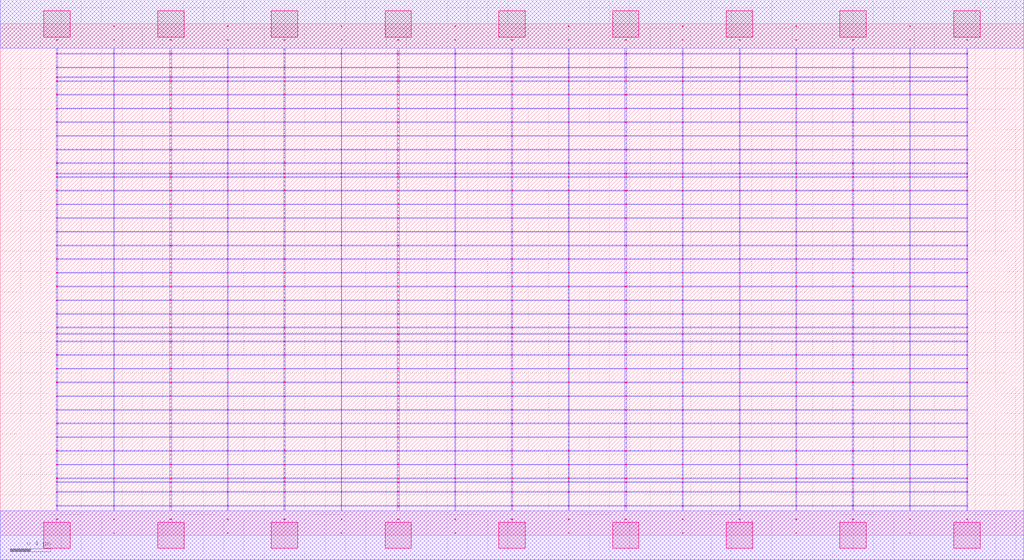
<source format=lef>
MACRO OAAOAI2221_DEBUG
 CLASS CORE ;
 FOREIGN OAAOAI2221_DEBUG 0 0 ;
 SIZE 10.08 BY 5.04 ;
 ORIGIN 0 0 ;
 SYMMETRY X Y R90 ;
 SITE unit ;

 OBS
    LAYER polycont ;
     RECT 5.03100000 2.58300000 5.04900000 2.59100000 ;
     RECT 5.03100000 2.71800000 5.04900000 2.72600000 ;
     RECT 5.03100000 2.85300000 5.04900000 2.86100000 ;
     RECT 5.03100000 2.98800000 5.04900000 2.99600000 ;
     RECT 7.27600000 2.58300000 7.28900000 2.59100000 ;
     RECT 7.83600000 2.58300000 7.84400000 2.59100000 ;
     RECT 8.39100000 2.58300000 8.40400000 2.59100000 ;
     RECT 8.95600000 2.58300000 8.96400000 2.59100000 ;
     RECT 9.51600000 2.58300000 9.52900000 2.59100000 ;
     RECT 5.59600000 2.58300000 5.60400000 2.59100000 ;
     RECT 5.59600000 2.71800000 5.60400000 2.72600000 ;
     RECT 6.15100000 2.71800000 6.16900000 2.72600000 ;
     RECT 6.71600000 2.71800000 6.72400000 2.72600000 ;
     RECT 7.27600000 2.71800000 7.28900000 2.72600000 ;
     RECT 7.83600000 2.71800000 7.84400000 2.72600000 ;
     RECT 8.39100000 2.71800000 8.40400000 2.72600000 ;
     RECT 8.95600000 2.71800000 8.96400000 2.72600000 ;
     RECT 9.51600000 2.71800000 9.52900000 2.72600000 ;
     RECT 6.15100000 2.58300000 6.16900000 2.59100000 ;
     RECT 5.59600000 2.85300000 5.60400000 2.86100000 ;
     RECT 6.15100000 2.85300000 6.16900000 2.86100000 ;
     RECT 6.71600000 2.85300000 6.72400000 2.86100000 ;
     RECT 7.27600000 2.85300000 7.28900000 2.86100000 ;
     RECT 7.83600000 2.85300000 7.84400000 2.86100000 ;
     RECT 8.39100000 2.85300000 8.40400000 2.86100000 ;
     RECT 8.95600000 2.85300000 8.96400000 2.86100000 ;
     RECT 9.51600000 2.85300000 9.52900000 2.86100000 ;
     RECT 6.71600000 2.58300000 6.72400000 2.59100000 ;
     RECT 5.59600000 2.98800000 5.60400000 2.99600000 ;
     RECT 6.15100000 2.98800000 6.16900000 2.99600000 ;
     RECT 6.71600000 2.98800000 6.72400000 2.99600000 ;
     RECT 7.27600000 2.98800000 7.28900000 2.99600000 ;
     RECT 7.83600000 2.98800000 7.84400000 2.99600000 ;
     RECT 8.39100000 2.98800000 8.40400000 2.99600000 ;
     RECT 8.95600000 2.98800000 8.96400000 2.99600000 ;
     RECT 9.51600000 2.98800000 9.52900000 2.99600000 ;
     RECT 7.83600000 3.12300000 7.84400000 3.13100000 ;
     RECT 7.83600000 3.25800000 7.84400000 3.26600000 ;
     RECT 7.83600000 3.39300000 7.84400000 3.40100000 ;
     RECT 7.83600000 3.52800000 7.84400000 3.53600000 ;
     RECT 7.83600000 3.56100000 7.84400000 3.56900000 ;
     RECT 7.83600000 3.66300000 7.84400000 3.67100000 ;
     RECT 7.83600000 3.79800000 7.84400000 3.80600000 ;
     RECT 7.83600000 3.93300000 7.84400000 3.94100000 ;
     RECT 7.83600000 4.06800000 7.84400000 4.07600000 ;
     RECT 7.83600000 4.20300000 7.84400000 4.21100000 ;
     RECT 7.83600000 4.33800000 7.84400000 4.34600000 ;
     RECT 7.83600000 4.47300000 7.84400000 4.48100000 ;
     RECT 7.83600000 4.51100000 7.84400000 4.51900000 ;
     RECT 7.83600000 4.60800000 7.84400000 4.61600000 ;
     RECT 7.83600000 4.74300000 7.84400000 4.75100000 ;
     RECT 7.83600000 4.87800000 7.84400000 4.88600000 ;
     RECT 1.11600000 2.98800000 1.12400000 2.99600000 ;
     RECT 1.67100000 2.98800000 1.68900000 2.99600000 ;
     RECT 2.23600000 2.98800000 2.24400000 2.99600000 ;
     RECT 2.79100000 2.98800000 2.80900000 2.99600000 ;
     RECT 3.35600000 2.98800000 3.36400000 2.99600000 ;
     RECT 3.91100000 2.98800000 3.92900000 2.99600000 ;
     RECT 4.47600000 2.98800000 4.48400000 2.99600000 ;
     RECT 2.23600000 2.58300000 2.24400000 2.59100000 ;
     RECT 2.79100000 2.58300000 2.80900000 2.59100000 ;
     RECT 3.35600000 2.58300000 3.36400000 2.59100000 ;
     RECT 3.91100000 2.58300000 3.92900000 2.59100000 ;
     RECT 4.47600000 2.58300000 4.48400000 2.59100000 ;
     RECT 0.55100000 2.58300000 0.56400000 2.59100000 ;
     RECT 0.55100000 2.71800000 0.56400000 2.72600000 ;
     RECT 0.55100000 2.85300000 0.56400000 2.86100000 ;
     RECT 1.11600000 2.85300000 1.12400000 2.86100000 ;
     RECT 1.67100000 2.85300000 1.68900000 2.86100000 ;
     RECT 2.23600000 2.85300000 2.24400000 2.86100000 ;
     RECT 2.79100000 2.85300000 2.80900000 2.86100000 ;
     RECT 3.35600000 2.85300000 3.36400000 2.86100000 ;
     RECT 3.91100000 2.85300000 3.92900000 2.86100000 ;
     RECT 4.47600000 2.85300000 4.48400000 2.86100000 ;
     RECT 1.11600000 2.71800000 1.12400000 2.72600000 ;
     RECT 1.67100000 2.71800000 1.68900000 2.72600000 ;
     RECT 2.23600000 2.71800000 2.24400000 2.72600000 ;
     RECT 2.79100000 2.71800000 2.80900000 2.72600000 ;
     RECT 3.35600000 2.71800000 3.36400000 2.72600000 ;
     RECT 3.91100000 2.71800000 3.92900000 2.72600000 ;
     RECT 4.47600000 2.71800000 4.48400000 2.72600000 ;
     RECT 1.11600000 2.58300000 1.12400000 2.59100000 ;
     RECT 1.67100000 2.58300000 1.68900000 2.59100000 ;
     RECT 0.55100000 2.98800000 0.56400000 2.99600000 ;
     RECT 7.83600000 0.55800000 7.84400000 0.56600000 ;
     RECT 7.83600000 0.69300000 7.84400000 0.70100000 ;
     RECT 7.83600000 0.82800000 7.84400000 0.83600000 ;
     RECT 7.83600000 0.96300000 7.84400000 0.97100000 ;
     RECT 7.83600000 1.09800000 7.84400000 1.10600000 ;
     RECT 7.83600000 1.23300000 7.84400000 1.24100000 ;
     RECT 7.83600000 1.36800000 7.84400000 1.37600000 ;
     RECT 7.83600000 1.50300000 7.84400000 1.51100000 ;
     RECT 7.83600000 1.63800000 7.84400000 1.64600000 ;
     RECT 7.83600000 1.77300000 7.84400000 1.78100000 ;
     RECT 7.83600000 1.90800000 7.84400000 1.91600000 ;
     RECT 7.83600000 1.98100000 7.84400000 1.98900000 ;
     RECT 7.83600000 2.04300000 7.84400000 2.05100000 ;
     RECT 7.83600000 2.17800000 7.84400000 2.18600000 ;
     RECT 7.83600000 2.31300000 7.84400000 2.32100000 ;
     RECT 7.83600000 2.44800000 7.84400000 2.45600000 ;
     RECT 7.83600000 0.15300000 7.84400000 0.16100000 ;
     RECT 7.83600000 0.28800000 7.84400000 0.29600000 ;
     RECT 7.83600000 0.42300000 7.84400000 0.43100000 ;
     RECT 7.83600000 0.52100000 7.84400000 0.52900000 ;

    LAYER pdiffc ;
     RECT 0.55100000 3.39300000 0.55900000 3.40100000 ;
     RECT 7.28100000 3.39300000 7.28900000 3.40100000 ;
     RECT 8.39100000 3.39300000 8.39900000 3.40100000 ;
     RECT 9.52100000 3.39300000 9.52900000 3.40100000 ;
     RECT 0.55100000 3.52800000 0.55900000 3.53600000 ;
     RECT 7.28100000 3.52800000 7.28900000 3.53600000 ;
     RECT 8.39100000 3.52800000 8.39900000 3.53600000 ;
     RECT 9.52100000 3.52800000 9.52900000 3.53600000 ;
     RECT 0.55100000 3.56100000 0.55900000 3.56900000 ;
     RECT 7.28100000 3.56100000 7.28900000 3.56900000 ;
     RECT 8.39100000 3.56100000 8.39900000 3.56900000 ;
     RECT 9.52100000 3.56100000 9.52900000 3.56900000 ;
     RECT 0.55100000 3.66300000 0.55900000 3.67100000 ;
     RECT 7.28100000 3.66300000 7.28900000 3.67100000 ;
     RECT 8.39100000 3.66300000 8.39900000 3.67100000 ;
     RECT 9.52100000 3.66300000 9.52900000 3.67100000 ;
     RECT 0.55100000 3.79800000 0.55900000 3.80600000 ;
     RECT 7.28100000 3.79800000 7.28900000 3.80600000 ;
     RECT 8.39100000 3.79800000 8.39900000 3.80600000 ;
     RECT 9.52100000 3.79800000 9.52900000 3.80600000 ;
     RECT 0.55100000 3.93300000 0.55900000 3.94100000 ;
     RECT 7.28100000 3.93300000 7.28900000 3.94100000 ;
     RECT 8.39100000 3.93300000 8.39900000 3.94100000 ;
     RECT 9.52100000 3.93300000 9.52900000 3.94100000 ;
     RECT 0.55100000 4.06800000 0.55900000 4.07600000 ;
     RECT 7.28100000 4.06800000 7.28900000 4.07600000 ;
     RECT 8.39100000 4.06800000 8.39900000 4.07600000 ;
     RECT 9.52100000 4.06800000 9.52900000 4.07600000 ;
     RECT 0.55100000 4.20300000 0.55900000 4.21100000 ;
     RECT 7.28100000 4.20300000 7.28900000 4.21100000 ;
     RECT 8.39100000 4.20300000 8.39900000 4.21100000 ;
     RECT 9.52100000 4.20300000 9.52900000 4.21100000 ;
     RECT 0.55100000 4.33800000 0.55900000 4.34600000 ;
     RECT 7.28100000 4.33800000 7.28900000 4.34600000 ;
     RECT 8.39100000 4.33800000 8.39900000 4.34600000 ;
     RECT 9.52100000 4.33800000 9.52900000 4.34600000 ;
     RECT 0.55100000 4.47300000 0.55900000 4.48100000 ;
     RECT 7.28100000 4.47300000 7.28900000 4.48100000 ;
     RECT 8.39100000 4.47300000 8.39900000 4.48100000 ;
     RECT 9.52100000 4.47300000 9.52900000 4.48100000 ;
     RECT 0.55100000 4.51100000 0.55900000 4.51900000 ;
     RECT 7.28100000 4.51100000 7.28900000 4.51900000 ;
     RECT 8.39100000 4.51100000 8.39900000 4.51900000 ;
     RECT 9.52100000 4.51100000 9.52900000 4.51900000 ;
     RECT 0.55100000 4.60800000 0.55900000 4.61600000 ;
     RECT 7.28100000 4.60800000 7.28900000 4.61600000 ;
     RECT 8.39100000 4.60800000 8.39900000 4.61600000 ;
     RECT 9.52100000 4.60800000 9.52900000 4.61600000 ;

    LAYER ndiffc ;
     RECT 5.03100000 0.42300000 5.04900000 0.43100000 ;
     RECT 5.03100000 0.52100000 5.04900000 0.52900000 ;
     RECT 5.03100000 0.55800000 5.04900000 0.56600000 ;
     RECT 5.03100000 0.69300000 5.04900000 0.70100000 ;
     RECT 5.03100000 0.82800000 5.04900000 0.83600000 ;
     RECT 5.03100000 0.96300000 5.04900000 0.97100000 ;
     RECT 5.03100000 1.09800000 5.04900000 1.10600000 ;
     RECT 5.03100000 1.23300000 5.04900000 1.24100000 ;
     RECT 5.03100000 1.36800000 5.04900000 1.37600000 ;
     RECT 5.03100000 1.50300000 5.04900000 1.51100000 ;
     RECT 5.03100000 1.63800000 5.04900000 1.64600000 ;
     RECT 5.03100000 1.77300000 5.04900000 1.78100000 ;
     RECT 5.03100000 1.90800000 5.04900000 1.91600000 ;
     RECT 5.03100000 1.98100000 5.04900000 1.98900000 ;
     RECT 5.03100000 2.04300000 5.04900000 2.05100000 ;
     RECT 8.39100000 0.42300000 8.40400000 0.43100000 ;
     RECT 6.15100000 0.69300000 6.16900000 0.70100000 ;
     RECT 7.27600000 0.69300000 7.28900000 0.70100000 ;
     RECT 8.39100000 0.69300000 8.40400000 0.70100000 ;
     RECT 9.51600000 0.69300000 9.52900000 0.70100000 ;
     RECT 9.51600000 0.42300000 9.52900000 0.43100000 ;
     RECT 6.15100000 0.82800000 6.16900000 0.83600000 ;
     RECT 7.27600000 0.82800000 7.28900000 0.83600000 ;
     RECT 8.39100000 0.82800000 8.40400000 0.83600000 ;
     RECT 9.51600000 0.82800000 9.52900000 0.83600000 ;
     RECT 6.15100000 0.42300000 6.16900000 0.43100000 ;
     RECT 6.15100000 0.96300000 6.16900000 0.97100000 ;
     RECT 7.27600000 0.96300000 7.28900000 0.97100000 ;
     RECT 8.39100000 0.96300000 8.40400000 0.97100000 ;
     RECT 9.51600000 0.96300000 9.52900000 0.97100000 ;
     RECT 6.15100000 0.52100000 6.16900000 0.52900000 ;
     RECT 6.15100000 1.09800000 6.16900000 1.10600000 ;
     RECT 7.27600000 1.09800000 7.28900000 1.10600000 ;
     RECT 8.39100000 1.09800000 8.40400000 1.10600000 ;
     RECT 9.51600000 1.09800000 9.52900000 1.10600000 ;
     RECT 7.27600000 0.52100000 7.28900000 0.52900000 ;
     RECT 6.15100000 1.23300000 6.16900000 1.24100000 ;
     RECT 7.27600000 1.23300000 7.28900000 1.24100000 ;
     RECT 8.39100000 1.23300000 8.40400000 1.24100000 ;
     RECT 9.51600000 1.23300000 9.52900000 1.24100000 ;
     RECT 8.39100000 0.52100000 8.40400000 0.52900000 ;
     RECT 6.15100000 1.36800000 6.16900000 1.37600000 ;
     RECT 7.27600000 1.36800000 7.28900000 1.37600000 ;
     RECT 8.39100000 1.36800000 8.40400000 1.37600000 ;
     RECT 9.51600000 1.36800000 9.52900000 1.37600000 ;
     RECT 9.51600000 0.52100000 9.52900000 0.52900000 ;
     RECT 6.15100000 1.50300000 6.16900000 1.51100000 ;
     RECT 7.27600000 1.50300000 7.28900000 1.51100000 ;
     RECT 8.39100000 1.50300000 8.40400000 1.51100000 ;
     RECT 9.51600000 1.50300000 9.52900000 1.51100000 ;
     RECT 7.27600000 0.42300000 7.28900000 0.43100000 ;
     RECT 6.15100000 1.63800000 6.16900000 1.64600000 ;
     RECT 7.27600000 1.63800000 7.28900000 1.64600000 ;
     RECT 8.39100000 1.63800000 8.40400000 1.64600000 ;
     RECT 9.51600000 1.63800000 9.52900000 1.64600000 ;
     RECT 6.15100000 0.55800000 6.16900000 0.56600000 ;
     RECT 6.15100000 1.77300000 6.16900000 1.78100000 ;
     RECT 7.27600000 1.77300000 7.28900000 1.78100000 ;
     RECT 8.39100000 1.77300000 8.40400000 1.78100000 ;
     RECT 9.51600000 1.77300000 9.52900000 1.78100000 ;
     RECT 7.27600000 0.55800000 7.28900000 0.56600000 ;
     RECT 6.15100000 1.90800000 6.16900000 1.91600000 ;
     RECT 7.27600000 1.90800000 7.28900000 1.91600000 ;
     RECT 8.39100000 1.90800000 8.40400000 1.91600000 ;
     RECT 9.51600000 1.90800000 9.52900000 1.91600000 ;
     RECT 8.39100000 0.55800000 8.40400000 0.56600000 ;
     RECT 6.15100000 1.98100000 6.16900000 1.98900000 ;
     RECT 7.27600000 1.98100000 7.28900000 1.98900000 ;
     RECT 8.39100000 1.98100000 8.40400000 1.98900000 ;
     RECT 9.51600000 1.98100000 9.52900000 1.98900000 ;
     RECT 9.51600000 0.55800000 9.52900000 0.56600000 ;
     RECT 6.15100000 2.04300000 6.16900000 2.05100000 ;
     RECT 7.27600000 2.04300000 7.28900000 2.05100000 ;
     RECT 8.39100000 2.04300000 8.40400000 2.05100000 ;
     RECT 9.51600000 2.04300000 9.52900000 2.05100000 ;
     RECT 3.91100000 1.36800000 3.92900000 1.37600000 ;
     RECT 2.79100000 0.55800000 2.80900000 0.56600000 ;
     RECT 3.91100000 0.55800000 3.92900000 0.56600000 ;
     RECT 1.67100000 0.52100000 1.68900000 0.52900000 ;
     RECT 2.79100000 0.52100000 2.80900000 0.52900000 ;
     RECT 3.91100000 0.52100000 3.92900000 0.52900000 ;
     RECT 0.55100000 1.50300000 0.56400000 1.51100000 ;
     RECT 1.67100000 1.50300000 1.68900000 1.51100000 ;
     RECT 2.79100000 1.50300000 2.80900000 1.51100000 ;
     RECT 3.91100000 1.50300000 3.92900000 1.51100000 ;
     RECT 0.55100000 0.96300000 0.56400000 0.97100000 ;
     RECT 1.67100000 0.96300000 1.68900000 0.97100000 ;
     RECT 2.79100000 0.96300000 2.80900000 0.97100000 ;
     RECT 3.91100000 0.96300000 3.92900000 0.97100000 ;
     RECT 1.67100000 0.42300000 1.68900000 0.43100000 ;
     RECT 0.55100000 1.63800000 0.56400000 1.64600000 ;
     RECT 1.67100000 1.63800000 1.68900000 1.64600000 ;
     RECT 2.79100000 1.63800000 2.80900000 1.64600000 ;
     RECT 3.91100000 1.63800000 3.92900000 1.64600000 ;
     RECT 2.79100000 0.42300000 2.80900000 0.43100000 ;
     RECT 0.55100000 0.69300000 0.56400000 0.70100000 ;
     RECT 1.67100000 0.69300000 1.68900000 0.70100000 ;
     RECT 2.79100000 0.69300000 2.80900000 0.70100000 ;
     RECT 0.55100000 1.09800000 0.56400000 1.10600000 ;
     RECT 0.55100000 1.77300000 0.56400000 1.78100000 ;
     RECT 1.67100000 1.77300000 1.68900000 1.78100000 ;
     RECT 2.79100000 1.77300000 2.80900000 1.78100000 ;
     RECT 3.91100000 1.77300000 3.92900000 1.78100000 ;
     RECT 1.67100000 1.09800000 1.68900000 1.10600000 ;
     RECT 2.79100000 1.09800000 2.80900000 1.10600000 ;
     RECT 3.91100000 1.09800000 3.92900000 1.10600000 ;
     RECT 3.91100000 0.69300000 3.92900000 0.70100000 ;
     RECT 3.91100000 0.42300000 3.92900000 0.43100000 ;
     RECT 0.55100000 1.90800000 0.56400000 1.91600000 ;
     RECT 1.67100000 1.90800000 1.68900000 1.91600000 ;
     RECT 2.79100000 1.90800000 2.80900000 1.91600000 ;
     RECT 3.91100000 1.90800000 3.92900000 1.91600000 ;
     RECT 0.55100000 0.42300000 0.56400000 0.43100000 ;
     RECT 0.55100000 0.52100000 0.56400000 0.52900000 ;
     RECT 0.55100000 0.55800000 0.56400000 0.56600000 ;
     RECT 0.55100000 1.23300000 0.56400000 1.24100000 ;
     RECT 1.67100000 1.23300000 1.68900000 1.24100000 ;
     RECT 0.55100000 1.98100000 0.56400000 1.98900000 ;
     RECT 1.67100000 1.98100000 1.68900000 1.98900000 ;
     RECT 2.79100000 1.98100000 2.80900000 1.98900000 ;
     RECT 3.91100000 1.98100000 3.92900000 1.98900000 ;
     RECT 2.79100000 1.23300000 2.80900000 1.24100000 ;
     RECT 3.91100000 1.23300000 3.92900000 1.24100000 ;
     RECT 1.67100000 0.55800000 1.68900000 0.56600000 ;
     RECT 0.55100000 0.82800000 0.56400000 0.83600000 ;
     RECT 1.67100000 0.82800000 1.68900000 0.83600000 ;
     RECT 0.55100000 2.04300000 0.56400000 2.05100000 ;
     RECT 1.67100000 2.04300000 1.68900000 2.05100000 ;
     RECT 2.79100000 2.04300000 2.80900000 2.05100000 ;
     RECT 3.91100000 2.04300000 3.92900000 2.05100000 ;
     RECT 2.79100000 0.82800000 2.80900000 0.83600000 ;
     RECT 3.91100000 0.82800000 3.92900000 0.83600000 ;
     RECT 0.55100000 1.36800000 0.56400000 1.37600000 ;
     RECT 1.67100000 1.36800000 1.68900000 1.37600000 ;
     RECT 2.79100000 1.36800000 2.80900000 1.37600000 ;

    LAYER met1 ;
     RECT 0.00000000 -0.24000000 10.08000000 0.24000000 ;
     RECT 5.03100000 0.24000000 5.04900000 0.28800000 ;
     RECT 0.55100000 0.28800000 9.52900000 0.29600000 ;
     RECT 5.03100000 0.29600000 5.04900000 0.42300000 ;
     RECT 0.55100000 0.42300000 9.52900000 0.43100000 ;
     RECT 5.03100000 0.43100000 5.04900000 0.52100000 ;
     RECT 0.55100000 0.52100000 9.52900000 0.52900000 ;
     RECT 5.03100000 0.52900000 5.04900000 0.55800000 ;
     RECT 0.55100000 0.55800000 9.52900000 0.56600000 ;
     RECT 5.03100000 0.56600000 5.04900000 0.69300000 ;
     RECT 0.55100000 0.69300000 9.52900000 0.70100000 ;
     RECT 5.03100000 0.70100000 5.04900000 0.82800000 ;
     RECT 0.55100000 0.82800000 9.52900000 0.83600000 ;
     RECT 5.03100000 0.83600000 5.04900000 0.96300000 ;
     RECT 0.55100000 0.96300000 9.52900000 0.97100000 ;
     RECT 5.03100000 0.97100000 5.04900000 1.09800000 ;
     RECT 0.55100000 1.09800000 9.52900000 1.10600000 ;
     RECT 5.03100000 1.10600000 5.04900000 1.23300000 ;
     RECT 0.55100000 1.23300000 9.52900000 1.24100000 ;
     RECT 5.03100000 1.24100000 5.04900000 1.36800000 ;
     RECT 0.55100000 1.36800000 9.52900000 1.37600000 ;
     RECT 5.03100000 1.37600000 5.04900000 1.50300000 ;
     RECT 0.55100000 1.50300000 9.52900000 1.51100000 ;
     RECT 5.03100000 1.51100000 5.04900000 1.63800000 ;
     RECT 0.55100000 1.63800000 9.52900000 1.64600000 ;
     RECT 5.03100000 1.64600000 5.04900000 1.77300000 ;
     RECT 0.55100000 1.77300000 9.52900000 1.78100000 ;
     RECT 5.03100000 1.78100000 5.04900000 1.90800000 ;
     RECT 0.55100000 1.90800000 9.52900000 1.91600000 ;
     RECT 5.03100000 1.91600000 5.04900000 1.98100000 ;
     RECT 0.55100000 1.98100000 9.52900000 1.98900000 ;
     RECT 5.03100000 1.98900000 5.04900000 2.04300000 ;
     RECT 0.55100000 2.04300000 9.52900000 2.05100000 ;
     RECT 5.03100000 2.05100000 5.04900000 2.17800000 ;
     RECT 0.55100000 2.17800000 9.52900000 2.18600000 ;
     RECT 5.03100000 2.18600000 5.04900000 2.31300000 ;
     RECT 0.55100000 2.31300000 9.52900000 2.32100000 ;
     RECT 5.03100000 2.32100000 5.04900000 2.44800000 ;
     RECT 0.55100000 2.44800000 9.52900000 2.45600000 ;
     RECT 0.55100000 2.45600000 0.56400000 2.58300000 ;
     RECT 1.11600000 2.45600000 1.12400000 2.58300000 ;
     RECT 1.67100000 2.45600000 1.68900000 2.58300000 ;
     RECT 2.23600000 2.45600000 2.24400000 2.58300000 ;
     RECT 2.79100000 2.45600000 2.80900000 2.58300000 ;
     RECT 3.35600000 2.45600000 3.36400000 2.58300000 ;
     RECT 3.91100000 2.45600000 3.92900000 2.58300000 ;
     RECT 4.47600000 2.45600000 4.48400000 2.58300000 ;
     RECT 5.03100000 2.45600000 5.04900000 2.58300000 ;
     RECT 5.59600000 2.45600000 5.60400000 2.58300000 ;
     RECT 6.15100000 2.45600000 6.16900000 2.58300000 ;
     RECT 6.71600000 2.45600000 6.72400000 2.58300000 ;
     RECT 7.27600000 2.45600000 7.28900000 2.58300000 ;
     RECT 7.83600000 2.45600000 7.84400000 2.58300000 ;
     RECT 8.39100000 2.45600000 8.40400000 2.58300000 ;
     RECT 8.95600000 2.45600000 8.96400000 2.58300000 ;
     RECT 9.51600000 2.45600000 9.52900000 2.58300000 ;
     RECT 0.55100000 2.58300000 9.52900000 2.59100000 ;
     RECT 5.03100000 2.59100000 5.04900000 2.71800000 ;
     RECT 0.55100000 2.71800000 9.52900000 2.72600000 ;
     RECT 5.03100000 2.72600000 5.04900000 2.85300000 ;
     RECT 0.55100000 2.85300000 9.52900000 2.86100000 ;
     RECT 5.03100000 2.86100000 5.04900000 2.98800000 ;
     RECT 0.55100000 2.98800000 9.52900000 2.99600000 ;
     RECT 5.03100000 2.99600000 5.04900000 3.12300000 ;
     RECT 0.55100000 3.12300000 9.52900000 3.13100000 ;
     RECT 5.03100000 3.13100000 5.04900000 3.25800000 ;
     RECT 0.55100000 3.25800000 9.52900000 3.26600000 ;
     RECT 5.03100000 3.26600000 5.04900000 3.39300000 ;
     RECT 0.55100000 3.39300000 9.52900000 3.40100000 ;
     RECT 5.03100000 3.40100000 5.04900000 3.52800000 ;
     RECT 0.55100000 3.52800000 9.52900000 3.53600000 ;
     RECT 5.03100000 3.53600000 5.04900000 3.56100000 ;
     RECT 0.55100000 3.56100000 9.52900000 3.56900000 ;
     RECT 5.03100000 3.56900000 5.04900000 3.66300000 ;
     RECT 0.55100000 3.66300000 9.52900000 3.67100000 ;
     RECT 5.03100000 3.67100000 5.04900000 3.79800000 ;
     RECT 0.55100000 3.79800000 9.52900000 3.80600000 ;
     RECT 5.03100000 3.80600000 5.04900000 3.93300000 ;
     RECT 0.55100000 3.93300000 9.52900000 3.94100000 ;
     RECT 5.03100000 3.94100000 5.04900000 4.06800000 ;
     RECT 0.55100000 4.06800000 9.52900000 4.07600000 ;
     RECT 5.03100000 4.07600000 5.04900000 4.20300000 ;
     RECT 0.55100000 4.20300000 9.52900000 4.21100000 ;
     RECT 5.03100000 4.21100000 5.04900000 4.33800000 ;
     RECT 0.55100000 4.33800000 9.52900000 4.34600000 ;
     RECT 5.03100000 4.34600000 5.04900000 4.47300000 ;
     RECT 0.55100000 4.47300000 9.52900000 4.48100000 ;
     RECT 5.03100000 4.48100000 5.04900000 4.51100000 ;
     RECT 0.55100000 4.51100000 9.52900000 4.51900000 ;
     RECT 5.03100000 4.51900000 5.04900000 4.60800000 ;
     RECT 0.55100000 4.60800000 9.52900000 4.61600000 ;
     RECT 5.03100000 4.61600000 5.04900000 4.74300000 ;
     RECT 0.55100000 4.74300000 9.52900000 4.75100000 ;
     RECT 5.03100000 4.75100000 5.04900000 4.80000000 ;
     RECT 0.00000000 4.80000000 10.08000000 5.28000000 ;
     RECT 5.59600000 3.80600000 5.60400000 3.93300000 ;
     RECT 6.15100000 3.80600000 6.16900000 3.93300000 ;
     RECT 6.71600000 3.80600000 6.72400000 3.93300000 ;
     RECT 7.27600000 3.80600000 7.28900000 3.93300000 ;
     RECT 7.83600000 3.80600000 7.84400000 3.93300000 ;
     RECT 8.39100000 3.80600000 8.40400000 3.93300000 ;
     RECT 8.95600000 3.80600000 8.96400000 3.93300000 ;
     RECT 9.51600000 3.80600000 9.52900000 3.93300000 ;
     RECT 7.83600000 3.94100000 7.84400000 4.06800000 ;
     RECT 8.39100000 3.94100000 8.40400000 4.06800000 ;
     RECT 8.95600000 3.94100000 8.96400000 4.06800000 ;
     RECT 9.51600000 3.94100000 9.52900000 4.06800000 ;
     RECT 7.83600000 4.07600000 7.84400000 4.20300000 ;
     RECT 8.39100000 4.07600000 8.40400000 4.20300000 ;
     RECT 8.95600000 4.07600000 8.96400000 4.20300000 ;
     RECT 9.51600000 4.07600000 9.52900000 4.20300000 ;
     RECT 7.83600000 4.21100000 7.84400000 4.33800000 ;
     RECT 8.39100000 4.21100000 8.40400000 4.33800000 ;
     RECT 8.95600000 4.21100000 8.96400000 4.33800000 ;
     RECT 9.51600000 4.21100000 9.52900000 4.33800000 ;
     RECT 7.83600000 4.34600000 7.84400000 4.47300000 ;
     RECT 8.39100000 4.34600000 8.40400000 4.47300000 ;
     RECT 8.95600000 4.34600000 8.96400000 4.47300000 ;
     RECT 9.51600000 4.34600000 9.52900000 4.47300000 ;
     RECT 7.83600000 4.48100000 7.84400000 4.51100000 ;
     RECT 8.39100000 4.48100000 8.40400000 4.51100000 ;
     RECT 8.95600000 4.48100000 8.96400000 4.51100000 ;
     RECT 9.51600000 4.48100000 9.52900000 4.51100000 ;
     RECT 7.83600000 4.51900000 7.84400000 4.60800000 ;
     RECT 8.39100000 4.51900000 8.40400000 4.60800000 ;
     RECT 8.95600000 4.51900000 8.96400000 4.60800000 ;
     RECT 9.51600000 4.51900000 9.52900000 4.60800000 ;
     RECT 7.83600000 4.61600000 7.84400000 4.74300000 ;
     RECT 8.39100000 4.61600000 8.40400000 4.74300000 ;
     RECT 8.95600000 4.61600000 8.96400000 4.74300000 ;
     RECT 9.51600000 4.61600000 9.52900000 4.74300000 ;
     RECT 7.83600000 4.75100000 7.84400000 4.80000000 ;
     RECT 8.39100000 4.75100000 8.40400000 4.80000000 ;
     RECT 8.95600000 4.75100000 8.96400000 4.80000000 ;
     RECT 9.51600000 4.75100000 9.52900000 4.80000000 ;
     RECT 5.59600000 4.48100000 5.60400000 4.51100000 ;
     RECT 6.15100000 4.48100000 6.16900000 4.51100000 ;
     RECT 6.71600000 4.48100000 6.72400000 4.51100000 ;
     RECT 7.27600000 4.48100000 7.28900000 4.51100000 ;
     RECT 5.59600000 4.21100000 5.60400000 4.33800000 ;
     RECT 6.15100000 4.21100000 6.16900000 4.33800000 ;
     RECT 6.71600000 4.21100000 6.72400000 4.33800000 ;
     RECT 7.27600000 4.21100000 7.28900000 4.33800000 ;
     RECT 5.59600000 4.51900000 5.60400000 4.60800000 ;
     RECT 6.15100000 4.51900000 6.16900000 4.60800000 ;
     RECT 6.71600000 4.51900000 6.72400000 4.60800000 ;
     RECT 7.27600000 4.51900000 7.28900000 4.60800000 ;
     RECT 5.59600000 4.07600000 5.60400000 4.20300000 ;
     RECT 6.15100000 4.07600000 6.16900000 4.20300000 ;
     RECT 6.71600000 4.07600000 6.72400000 4.20300000 ;
     RECT 7.27600000 4.07600000 7.28900000 4.20300000 ;
     RECT 5.59600000 4.61600000 5.60400000 4.74300000 ;
     RECT 6.15100000 4.61600000 6.16900000 4.74300000 ;
     RECT 6.71600000 4.61600000 6.72400000 4.74300000 ;
     RECT 7.27600000 4.61600000 7.28900000 4.74300000 ;
     RECT 5.59600000 4.34600000 5.60400000 4.47300000 ;
     RECT 6.15100000 4.34600000 6.16900000 4.47300000 ;
     RECT 6.71600000 4.34600000 6.72400000 4.47300000 ;
     RECT 7.27600000 4.34600000 7.28900000 4.47300000 ;
     RECT 5.59600000 4.75100000 5.60400000 4.80000000 ;
     RECT 6.15100000 4.75100000 6.16900000 4.80000000 ;
     RECT 6.71600000 4.75100000 6.72400000 4.80000000 ;
     RECT 7.27600000 4.75100000 7.28900000 4.80000000 ;
     RECT 5.59600000 3.94100000 5.60400000 4.06800000 ;
     RECT 6.15100000 3.94100000 6.16900000 4.06800000 ;
     RECT 6.71600000 3.94100000 6.72400000 4.06800000 ;
     RECT 7.27600000 3.94100000 7.28900000 4.06800000 ;
     RECT 5.59600000 2.59100000 5.60400000 2.71800000 ;
     RECT 6.15100000 2.59100000 6.16900000 2.71800000 ;
     RECT 5.59600000 3.26600000 5.60400000 3.39300000 ;
     RECT 6.15100000 3.26600000 6.16900000 3.39300000 ;
     RECT 5.59600000 2.86100000 5.60400000 2.98800000 ;
     RECT 6.15100000 2.86100000 6.16900000 2.98800000 ;
     RECT 6.71600000 3.26600000 6.72400000 3.39300000 ;
     RECT 7.27600000 3.26600000 7.28900000 3.39300000 ;
     RECT 5.59600000 2.72600000 5.60400000 2.85300000 ;
     RECT 6.15100000 2.72600000 6.16900000 2.85300000 ;
     RECT 5.59600000 3.40100000 5.60400000 3.52800000 ;
     RECT 6.15100000 3.40100000 6.16900000 3.52800000 ;
     RECT 5.59600000 2.99600000 5.60400000 3.12300000 ;
     RECT 6.15100000 2.99600000 6.16900000 3.12300000 ;
     RECT 6.71600000 3.40100000 6.72400000 3.52800000 ;
     RECT 7.27600000 3.40100000 7.28900000 3.52800000 ;
     RECT 6.71600000 2.86100000 6.72400000 2.98800000 ;
     RECT 7.27600000 2.86100000 7.28900000 2.98800000 ;
     RECT 6.71600000 2.72600000 6.72400000 2.85300000 ;
     RECT 7.27600000 2.72600000 7.28900000 2.85300000 ;
     RECT 5.59600000 3.53600000 5.60400000 3.56100000 ;
     RECT 6.15100000 3.53600000 6.16900000 3.56100000 ;
     RECT 6.71600000 2.99600000 6.72400000 3.12300000 ;
     RECT 7.27600000 2.99600000 7.28900000 3.12300000 ;
     RECT 6.71600000 3.53600000 6.72400000 3.56100000 ;
     RECT 7.27600000 3.53600000 7.28900000 3.56100000 ;
     RECT 5.59600000 3.56900000 5.60400000 3.66300000 ;
     RECT 6.15100000 3.56900000 6.16900000 3.66300000 ;
     RECT 6.71600000 3.56900000 6.72400000 3.66300000 ;
     RECT 7.27600000 3.56900000 7.28900000 3.66300000 ;
     RECT 5.59600000 3.67100000 5.60400000 3.79800000 ;
     RECT 6.15100000 3.67100000 6.16900000 3.79800000 ;
     RECT 6.71600000 3.67100000 6.72400000 3.79800000 ;
     RECT 7.27600000 3.67100000 7.28900000 3.79800000 ;
     RECT 6.71600000 2.59100000 6.72400000 2.71800000 ;
     RECT 7.27600000 2.59100000 7.28900000 2.71800000 ;
     RECT 5.59600000 3.13100000 5.60400000 3.25800000 ;
     RECT 6.15100000 3.13100000 6.16900000 3.25800000 ;
     RECT 6.71600000 3.13100000 6.72400000 3.25800000 ;
     RECT 7.27600000 3.13100000 7.28900000 3.25800000 ;
     RECT 8.39100000 2.59100000 8.40400000 2.71800000 ;
     RECT 9.51600000 2.99600000 9.52900000 3.12300000 ;
     RECT 7.83600000 3.13100000 7.84400000 3.25800000 ;
     RECT 7.83600000 3.56900000 7.84400000 3.66300000 ;
     RECT 8.39100000 3.56900000 8.40400000 3.66300000 ;
     RECT 8.95600000 3.56900000 8.96400000 3.66300000 ;
     RECT 9.51600000 3.56900000 9.52900000 3.66300000 ;
     RECT 8.95600000 2.72600000 8.96400000 2.85300000 ;
     RECT 9.51600000 2.72600000 9.52900000 2.85300000 ;
     RECT 8.39100000 3.13100000 8.40400000 3.25800000 ;
     RECT 7.83600000 3.40100000 7.84400000 3.52800000 ;
     RECT 8.39100000 3.40100000 8.40400000 3.52800000 ;
     RECT 8.95600000 3.40100000 8.96400000 3.52800000 ;
     RECT 7.83600000 3.67100000 7.84400000 3.79800000 ;
     RECT 8.39100000 3.67100000 8.40400000 3.79800000 ;
     RECT 8.95600000 3.67100000 8.96400000 3.79800000 ;
     RECT 7.83600000 2.86100000 7.84400000 2.98800000 ;
     RECT 8.39100000 2.86100000 8.40400000 2.98800000 ;
     RECT 9.51600000 3.67100000 9.52900000 3.79800000 ;
     RECT 9.51600000 3.40100000 9.52900000 3.52800000 ;
     RECT 8.95600000 3.13100000 8.96400000 3.25800000 ;
     RECT 7.83600000 3.26600000 7.84400000 3.39300000 ;
     RECT 8.39100000 3.26600000 8.40400000 3.39300000 ;
     RECT 8.95600000 3.26600000 8.96400000 3.39300000 ;
     RECT 9.51600000 3.26600000 9.52900000 3.39300000 ;
     RECT 9.51600000 3.13100000 9.52900000 3.25800000 ;
     RECT 8.95600000 2.86100000 8.96400000 2.98800000 ;
     RECT 9.51600000 2.86100000 9.52900000 2.98800000 ;
     RECT 7.83600000 3.53600000 7.84400000 3.56100000 ;
     RECT 7.83600000 2.99600000 7.84400000 3.12300000 ;
     RECT 8.39100000 2.99600000 8.40400000 3.12300000 ;
     RECT 8.39100000 3.53600000 8.40400000 3.56100000 ;
     RECT 8.95600000 3.53600000 8.96400000 3.56100000 ;
     RECT 9.51600000 3.53600000 9.52900000 3.56100000 ;
     RECT 7.83600000 2.72600000 7.84400000 2.85300000 ;
     RECT 8.39100000 2.72600000 8.40400000 2.85300000 ;
     RECT 8.95600000 2.59100000 8.96400000 2.71800000 ;
     RECT 9.51600000 2.59100000 9.52900000 2.71800000 ;
     RECT 7.83600000 2.59100000 7.84400000 2.71800000 ;
     RECT 8.95600000 2.99600000 8.96400000 3.12300000 ;
     RECT 0.55100000 3.80600000 0.56400000 3.93300000 ;
     RECT 1.11600000 3.80600000 1.12400000 3.93300000 ;
     RECT 1.67100000 3.80600000 1.68900000 3.93300000 ;
     RECT 2.23600000 3.80600000 2.24400000 3.93300000 ;
     RECT 2.79100000 3.80600000 2.80900000 3.93300000 ;
     RECT 3.35600000 3.80600000 3.36400000 3.93300000 ;
     RECT 3.91100000 3.80600000 3.92900000 3.93300000 ;
     RECT 4.47600000 3.80600000 4.48400000 3.93300000 ;
     RECT 2.79100000 4.21100000 2.80900000 4.33800000 ;
     RECT 3.35600000 4.21100000 3.36400000 4.33800000 ;
     RECT 3.91100000 4.21100000 3.92900000 4.33800000 ;
     RECT 4.47600000 4.21100000 4.48400000 4.33800000 ;
     RECT 2.79100000 4.34600000 2.80900000 4.47300000 ;
     RECT 3.35600000 4.34600000 3.36400000 4.47300000 ;
     RECT 3.91100000 4.34600000 3.92900000 4.47300000 ;
     RECT 4.47600000 4.34600000 4.48400000 4.47300000 ;
     RECT 2.79100000 4.48100000 2.80900000 4.51100000 ;
     RECT 3.35600000 4.48100000 3.36400000 4.51100000 ;
     RECT 3.91100000 4.48100000 3.92900000 4.51100000 ;
     RECT 4.47600000 4.48100000 4.48400000 4.51100000 ;
     RECT 2.79100000 4.51900000 2.80900000 4.60800000 ;
     RECT 3.35600000 4.51900000 3.36400000 4.60800000 ;
     RECT 3.91100000 4.51900000 3.92900000 4.60800000 ;
     RECT 4.47600000 4.51900000 4.48400000 4.60800000 ;
     RECT 2.79100000 4.61600000 2.80900000 4.74300000 ;
     RECT 3.35600000 4.61600000 3.36400000 4.74300000 ;
     RECT 3.91100000 4.61600000 3.92900000 4.74300000 ;
     RECT 4.47600000 4.61600000 4.48400000 4.74300000 ;
     RECT 2.79100000 4.75100000 2.80900000 4.80000000 ;
     RECT 3.35600000 4.75100000 3.36400000 4.80000000 ;
     RECT 3.91100000 4.75100000 3.92900000 4.80000000 ;
     RECT 4.47600000 4.75100000 4.48400000 4.80000000 ;
     RECT 2.79100000 3.94100000 2.80900000 4.06800000 ;
     RECT 3.35600000 3.94100000 3.36400000 4.06800000 ;
     RECT 3.91100000 3.94100000 3.92900000 4.06800000 ;
     RECT 4.47600000 3.94100000 4.48400000 4.06800000 ;
     RECT 2.79100000 4.07600000 2.80900000 4.20300000 ;
     RECT 3.35600000 4.07600000 3.36400000 4.20300000 ;
     RECT 3.91100000 4.07600000 3.92900000 4.20300000 ;
     RECT 4.47600000 4.07600000 4.48400000 4.20300000 ;
     RECT 0.55100000 4.51900000 0.56400000 4.60800000 ;
     RECT 1.11600000 4.51900000 1.12400000 4.60800000 ;
     RECT 1.67100000 4.51900000 1.68900000 4.60800000 ;
     RECT 2.23600000 4.51900000 2.24400000 4.60800000 ;
     RECT 0.55100000 4.07600000 0.56400000 4.20300000 ;
     RECT 1.11600000 4.07600000 1.12400000 4.20300000 ;
     RECT 1.67100000 4.07600000 1.68900000 4.20300000 ;
     RECT 2.23600000 4.07600000 2.24400000 4.20300000 ;
     RECT 0.55100000 4.61600000 0.56400000 4.74300000 ;
     RECT 1.11600000 4.61600000 1.12400000 4.74300000 ;
     RECT 1.67100000 4.61600000 1.68900000 4.74300000 ;
     RECT 2.23600000 4.61600000 2.24400000 4.74300000 ;
     RECT 0.55100000 4.34600000 0.56400000 4.47300000 ;
     RECT 1.11600000 4.34600000 1.12400000 4.47300000 ;
     RECT 1.67100000 4.34600000 1.68900000 4.47300000 ;
     RECT 2.23600000 4.34600000 2.24400000 4.47300000 ;
     RECT 0.55100000 4.75100000 0.56400000 4.80000000 ;
     RECT 1.11600000 4.75100000 1.12400000 4.80000000 ;
     RECT 1.67100000 4.75100000 1.68900000 4.80000000 ;
     RECT 2.23600000 4.75100000 2.24400000 4.80000000 ;
     RECT 0.55100000 3.94100000 0.56400000 4.06800000 ;
     RECT 1.11600000 3.94100000 1.12400000 4.06800000 ;
     RECT 1.67100000 3.94100000 1.68900000 4.06800000 ;
     RECT 2.23600000 3.94100000 2.24400000 4.06800000 ;
     RECT 0.55100000 4.48100000 0.56400000 4.51100000 ;
     RECT 1.11600000 4.48100000 1.12400000 4.51100000 ;
     RECT 1.67100000 4.48100000 1.68900000 4.51100000 ;
     RECT 2.23600000 4.48100000 2.24400000 4.51100000 ;
     RECT 0.55100000 4.21100000 0.56400000 4.33800000 ;
     RECT 1.11600000 4.21100000 1.12400000 4.33800000 ;
     RECT 1.67100000 4.21100000 1.68900000 4.33800000 ;
     RECT 2.23600000 4.21100000 2.24400000 4.33800000 ;
     RECT 1.67100000 2.86100000 1.68900000 2.98800000 ;
     RECT 2.23600000 2.86100000 2.24400000 2.98800000 ;
     RECT 0.55100000 3.13100000 0.56400000 3.25800000 ;
     RECT 1.11600000 3.13100000 1.12400000 3.25800000 ;
     RECT 1.67100000 3.13100000 1.68900000 3.25800000 ;
     RECT 2.23600000 3.13100000 2.24400000 3.25800000 ;
     RECT 0.55100000 3.67100000 0.56400000 3.79800000 ;
     RECT 1.11600000 3.67100000 1.12400000 3.79800000 ;
     RECT 1.67100000 3.67100000 1.68900000 3.79800000 ;
     RECT 2.23600000 3.67100000 2.24400000 3.79800000 ;
     RECT 0.55100000 2.59100000 0.56400000 2.71800000 ;
     RECT 1.11600000 2.59100000 1.12400000 2.71800000 ;
     RECT 0.55100000 2.72600000 0.56400000 2.85300000 ;
     RECT 1.11600000 2.72600000 1.12400000 2.85300000 ;
     RECT 0.55100000 2.86100000 0.56400000 2.98800000 ;
     RECT 1.11600000 2.86100000 1.12400000 2.98800000 ;
     RECT 0.55100000 3.53600000 0.56400000 3.56100000 ;
     RECT 1.11600000 3.53600000 1.12400000 3.56100000 ;
     RECT 0.55100000 3.26600000 0.56400000 3.39300000 ;
     RECT 1.11600000 3.26600000 1.12400000 3.39300000 ;
     RECT 1.67100000 3.26600000 1.68900000 3.39300000 ;
     RECT 2.23600000 3.26600000 2.24400000 3.39300000 ;
     RECT 1.67100000 2.59100000 1.68900000 2.71800000 ;
     RECT 2.23600000 2.59100000 2.24400000 2.71800000 ;
     RECT 0.55100000 3.56900000 0.56400000 3.66300000 ;
     RECT 1.11600000 3.56900000 1.12400000 3.66300000 ;
     RECT 1.67100000 3.56900000 1.68900000 3.66300000 ;
     RECT 2.23600000 3.56900000 2.24400000 3.66300000 ;
     RECT 1.67100000 3.53600000 1.68900000 3.56100000 ;
     RECT 2.23600000 3.53600000 2.24400000 3.56100000 ;
     RECT 1.67100000 2.99600000 1.68900000 3.12300000 ;
     RECT 2.23600000 2.99600000 2.24400000 3.12300000 ;
     RECT 0.55100000 3.40100000 0.56400000 3.52800000 ;
     RECT 1.11600000 3.40100000 1.12400000 3.52800000 ;
     RECT 0.55100000 2.99600000 0.56400000 3.12300000 ;
     RECT 1.11600000 2.99600000 1.12400000 3.12300000 ;
     RECT 1.67100000 2.72600000 1.68900000 2.85300000 ;
     RECT 2.23600000 2.72600000 2.24400000 2.85300000 ;
     RECT 1.67100000 3.40100000 1.68900000 3.52800000 ;
     RECT 2.23600000 3.40100000 2.24400000 3.52800000 ;
     RECT 2.79100000 3.67100000 2.80900000 3.79800000 ;
     RECT 3.35600000 3.67100000 3.36400000 3.79800000 ;
     RECT 3.91100000 3.67100000 3.92900000 3.79800000 ;
     RECT 4.47600000 3.67100000 4.48400000 3.79800000 ;
     RECT 2.79100000 3.40100000 2.80900000 3.52800000 ;
     RECT 3.35600000 3.40100000 3.36400000 3.52800000 ;
     RECT 3.91100000 3.40100000 3.92900000 3.52800000 ;
     RECT 4.47600000 3.40100000 4.48400000 3.52800000 ;
     RECT 2.79100000 3.53600000 2.80900000 3.56100000 ;
     RECT 3.35600000 3.53600000 3.36400000 3.56100000 ;
     RECT 3.91100000 3.56900000 3.92900000 3.66300000 ;
     RECT 4.47600000 3.56900000 4.48400000 3.66300000 ;
     RECT 2.79100000 2.86100000 2.80900000 2.98800000 ;
     RECT 3.35600000 2.86100000 3.36400000 2.98800000 ;
     RECT 3.91100000 2.86100000 3.92900000 2.98800000 ;
     RECT 4.47600000 2.86100000 4.48400000 2.98800000 ;
     RECT 2.79100000 3.26600000 2.80900000 3.39300000 ;
     RECT 3.35600000 3.26600000 3.36400000 3.39300000 ;
     RECT 3.91100000 3.26600000 3.92900000 3.39300000 ;
     RECT 4.47600000 3.26600000 4.48400000 3.39300000 ;
     RECT 3.91100000 3.53600000 3.92900000 3.56100000 ;
     RECT 4.47600000 3.53600000 4.48400000 3.56100000 ;
     RECT 2.79100000 2.72600000 2.80900000 2.85300000 ;
     RECT 3.35600000 2.72600000 3.36400000 2.85300000 ;
     RECT 2.79100000 3.13100000 2.80900000 3.25800000 ;
     RECT 3.35600000 3.13100000 3.36400000 3.25800000 ;
     RECT 3.91100000 3.13100000 3.92900000 3.25800000 ;
     RECT 4.47600000 3.13100000 4.48400000 3.25800000 ;
     RECT 3.91100000 2.99600000 3.92900000 3.12300000 ;
     RECT 4.47600000 2.99600000 4.48400000 3.12300000 ;
     RECT 3.91100000 2.59100000 3.92900000 2.71800000 ;
     RECT 4.47600000 2.59100000 4.48400000 2.71800000 ;
     RECT 3.91100000 2.72600000 3.92900000 2.85300000 ;
     RECT 4.47600000 2.72600000 4.48400000 2.85300000 ;
     RECT 2.79100000 3.56900000 2.80900000 3.66300000 ;
     RECT 3.35600000 3.56900000 3.36400000 3.66300000 ;
     RECT 2.79100000 2.99600000 2.80900000 3.12300000 ;
     RECT 3.35600000 2.99600000 3.36400000 3.12300000 ;
     RECT 2.79100000 2.59100000 2.80900000 2.71800000 ;
     RECT 3.35600000 2.59100000 3.36400000 2.71800000 ;
     RECT 0.55100000 1.10600000 0.56400000 1.23300000 ;
     RECT 1.11600000 1.10600000 1.12400000 1.23300000 ;
     RECT 1.67100000 1.10600000 1.68900000 1.23300000 ;
     RECT 2.23600000 1.10600000 2.24400000 1.23300000 ;
     RECT 2.79100000 1.10600000 2.80900000 1.23300000 ;
     RECT 3.35600000 1.10600000 3.36400000 1.23300000 ;
     RECT 3.91100000 1.10600000 3.92900000 1.23300000 ;
     RECT 4.47600000 1.10600000 4.48400000 1.23300000 ;
     RECT 2.79100000 1.51100000 2.80900000 1.63800000 ;
     RECT 3.35600000 1.51100000 3.36400000 1.63800000 ;
     RECT 3.91100000 1.51100000 3.92900000 1.63800000 ;
     RECT 4.47600000 1.51100000 4.48400000 1.63800000 ;
     RECT 2.79100000 1.64600000 2.80900000 1.77300000 ;
     RECT 3.35600000 1.64600000 3.36400000 1.77300000 ;
     RECT 3.91100000 1.64600000 3.92900000 1.77300000 ;
     RECT 4.47600000 1.64600000 4.48400000 1.77300000 ;
     RECT 2.79100000 1.78100000 2.80900000 1.90800000 ;
     RECT 3.35600000 1.78100000 3.36400000 1.90800000 ;
     RECT 3.91100000 1.78100000 3.92900000 1.90800000 ;
     RECT 4.47600000 1.78100000 4.48400000 1.90800000 ;
     RECT 2.79100000 1.91600000 2.80900000 1.98100000 ;
     RECT 3.35600000 1.91600000 3.36400000 1.98100000 ;
     RECT 3.91100000 1.91600000 3.92900000 1.98100000 ;
     RECT 4.47600000 1.91600000 4.48400000 1.98100000 ;
     RECT 2.79100000 1.98900000 2.80900000 2.04300000 ;
     RECT 3.35600000 1.98900000 3.36400000 2.04300000 ;
     RECT 3.91100000 1.98900000 3.92900000 2.04300000 ;
     RECT 4.47600000 1.98900000 4.48400000 2.04300000 ;
     RECT 2.79100000 2.05100000 2.80900000 2.17800000 ;
     RECT 3.35600000 2.05100000 3.36400000 2.17800000 ;
     RECT 3.91100000 2.05100000 3.92900000 2.17800000 ;
     RECT 4.47600000 2.05100000 4.48400000 2.17800000 ;
     RECT 2.79100000 2.18600000 2.80900000 2.31300000 ;
     RECT 3.35600000 2.18600000 3.36400000 2.31300000 ;
     RECT 3.91100000 2.18600000 3.92900000 2.31300000 ;
     RECT 4.47600000 2.18600000 4.48400000 2.31300000 ;
     RECT 2.79100000 2.32100000 2.80900000 2.44800000 ;
     RECT 3.35600000 2.32100000 3.36400000 2.44800000 ;
     RECT 3.91100000 2.32100000 3.92900000 2.44800000 ;
     RECT 4.47600000 2.32100000 4.48400000 2.44800000 ;
     RECT 2.79100000 1.24100000 2.80900000 1.36800000 ;
     RECT 3.35600000 1.24100000 3.36400000 1.36800000 ;
     RECT 3.91100000 1.24100000 3.92900000 1.36800000 ;
     RECT 4.47600000 1.24100000 4.48400000 1.36800000 ;
     RECT 2.79100000 1.37600000 2.80900000 1.50300000 ;
     RECT 3.35600000 1.37600000 3.36400000 1.50300000 ;
     RECT 3.91100000 1.37600000 3.92900000 1.50300000 ;
     RECT 4.47600000 1.37600000 4.48400000 1.50300000 ;
     RECT 0.55100000 1.51100000 0.56400000 1.63800000 ;
     RECT 1.11600000 1.51100000 1.12400000 1.63800000 ;
     RECT 1.67100000 1.51100000 1.68900000 1.63800000 ;
     RECT 2.23600000 1.51100000 2.24400000 1.63800000 ;
     RECT 0.55100000 2.05100000 0.56400000 2.17800000 ;
     RECT 1.11600000 2.05100000 1.12400000 2.17800000 ;
     RECT 1.67100000 2.05100000 1.68900000 2.17800000 ;
     RECT 2.23600000 2.05100000 2.24400000 2.17800000 ;
     RECT 0.55100000 1.78100000 0.56400000 1.90800000 ;
     RECT 1.11600000 1.78100000 1.12400000 1.90800000 ;
     RECT 1.67100000 1.78100000 1.68900000 1.90800000 ;
     RECT 2.23600000 1.78100000 2.24400000 1.90800000 ;
     RECT 0.55100000 2.18600000 0.56400000 2.31300000 ;
     RECT 1.11600000 2.18600000 1.12400000 2.31300000 ;
     RECT 1.67100000 2.18600000 1.68900000 2.31300000 ;
     RECT 2.23600000 2.18600000 2.24400000 2.31300000 ;
     RECT 0.55100000 1.37600000 0.56400000 1.50300000 ;
     RECT 1.11600000 1.37600000 1.12400000 1.50300000 ;
     RECT 1.67100000 1.37600000 1.68900000 1.50300000 ;
     RECT 2.23600000 1.37600000 2.24400000 1.50300000 ;
     RECT 0.55100000 2.32100000 0.56400000 2.44800000 ;
     RECT 1.11600000 2.32100000 1.12400000 2.44800000 ;
     RECT 1.67100000 2.32100000 1.68900000 2.44800000 ;
     RECT 2.23600000 2.32100000 2.24400000 2.44800000 ;
     RECT 0.55100000 1.91600000 0.56400000 1.98100000 ;
     RECT 1.11600000 1.91600000 1.12400000 1.98100000 ;
     RECT 1.67100000 1.91600000 1.68900000 1.98100000 ;
     RECT 2.23600000 1.91600000 2.24400000 1.98100000 ;
     RECT 0.55100000 1.64600000 0.56400000 1.77300000 ;
     RECT 1.11600000 1.64600000 1.12400000 1.77300000 ;
     RECT 1.67100000 1.64600000 1.68900000 1.77300000 ;
     RECT 2.23600000 1.64600000 2.24400000 1.77300000 ;
     RECT 0.55100000 1.98900000 0.56400000 2.04300000 ;
     RECT 1.11600000 1.98900000 1.12400000 2.04300000 ;
     RECT 1.67100000 1.98900000 1.68900000 2.04300000 ;
     RECT 2.23600000 1.98900000 2.24400000 2.04300000 ;
     RECT 0.55100000 1.24100000 0.56400000 1.36800000 ;
     RECT 1.11600000 1.24100000 1.12400000 1.36800000 ;
     RECT 1.67100000 1.24100000 1.68900000 1.36800000 ;
     RECT 2.23600000 1.24100000 2.24400000 1.36800000 ;
     RECT 1.67100000 0.56600000 1.68900000 0.69300000 ;
     RECT 2.23600000 0.56600000 2.24400000 0.69300000 ;
     RECT 0.55100000 0.24000000 0.56400000 0.28800000 ;
     RECT 1.11600000 0.24000000 1.12400000 0.28800000 ;
     RECT 0.55100000 0.70100000 0.56400000 0.82800000 ;
     RECT 1.11600000 0.70100000 1.12400000 0.82800000 ;
     RECT 1.67100000 0.70100000 1.68900000 0.82800000 ;
     RECT 2.23600000 0.70100000 2.24400000 0.82800000 ;
     RECT 0.55100000 0.29600000 0.56400000 0.42300000 ;
     RECT 1.11600000 0.29600000 1.12400000 0.42300000 ;
     RECT 0.55100000 0.83600000 0.56400000 0.96300000 ;
     RECT 1.11600000 0.83600000 1.12400000 0.96300000 ;
     RECT 1.67100000 0.83600000 1.68900000 0.96300000 ;
     RECT 2.23600000 0.83600000 2.24400000 0.96300000 ;
     RECT 1.67100000 0.29600000 1.68900000 0.42300000 ;
     RECT 2.23600000 0.29600000 2.24400000 0.42300000 ;
     RECT 0.55100000 0.97100000 0.56400000 1.09800000 ;
     RECT 1.11600000 0.97100000 1.12400000 1.09800000 ;
     RECT 1.67100000 0.97100000 1.68900000 1.09800000 ;
     RECT 2.23600000 0.97100000 2.24400000 1.09800000 ;
     RECT 0.55100000 0.52900000 0.56400000 0.55800000 ;
     RECT 1.11600000 0.52900000 1.12400000 0.55800000 ;
     RECT 1.67100000 0.52900000 1.68900000 0.55800000 ;
     RECT 2.23600000 0.52900000 2.24400000 0.55800000 ;
     RECT 0.55100000 0.43100000 0.56400000 0.52100000 ;
     RECT 1.11600000 0.43100000 1.12400000 0.52100000 ;
     RECT 1.67100000 0.43100000 1.68900000 0.52100000 ;
     RECT 2.23600000 0.43100000 2.24400000 0.52100000 ;
     RECT 1.67100000 0.24000000 1.68900000 0.28800000 ;
     RECT 2.23600000 0.24000000 2.24400000 0.28800000 ;
     RECT 0.55100000 0.56600000 0.56400000 0.69300000 ;
     RECT 1.11600000 0.56600000 1.12400000 0.69300000 ;
     RECT 2.79100000 0.43100000 2.80900000 0.52100000 ;
     RECT 3.35600000 0.43100000 3.36400000 0.52100000 ;
     RECT 2.79100000 0.83600000 2.80900000 0.96300000 ;
     RECT 3.35600000 0.83600000 3.36400000 0.96300000 ;
     RECT 3.91100000 0.83600000 3.92900000 0.96300000 ;
     RECT 4.47600000 0.83600000 4.48400000 0.96300000 ;
     RECT 2.79100000 0.56600000 2.80900000 0.69300000 ;
     RECT 3.35600000 0.56600000 3.36400000 0.69300000 ;
     RECT 3.91100000 0.56600000 3.92900000 0.69300000 ;
     RECT 4.47600000 0.56600000 4.48400000 0.69300000 ;
     RECT 3.91100000 0.43100000 3.92900000 0.52100000 ;
     RECT 4.47600000 0.43100000 4.48400000 0.52100000 ;
     RECT 2.79100000 0.97100000 2.80900000 1.09800000 ;
     RECT 3.35600000 0.97100000 3.36400000 1.09800000 ;
     RECT 3.91100000 0.97100000 3.92900000 1.09800000 ;
     RECT 4.47600000 0.97100000 4.48400000 1.09800000 ;
     RECT 2.79100000 0.29600000 2.80900000 0.42300000 ;
     RECT 3.35600000 0.29600000 3.36400000 0.42300000 ;
     RECT 2.79100000 0.52900000 2.80900000 0.55800000 ;
     RECT 3.35600000 0.52900000 3.36400000 0.55800000 ;
     RECT 3.91100000 0.52900000 3.92900000 0.55800000 ;
     RECT 4.47600000 0.52900000 4.48400000 0.55800000 ;
     RECT 2.79100000 0.70100000 2.80900000 0.82800000 ;
     RECT 3.35600000 0.70100000 3.36400000 0.82800000 ;
     RECT 3.91100000 0.70100000 3.92900000 0.82800000 ;
     RECT 4.47600000 0.70100000 4.48400000 0.82800000 ;
     RECT 3.91100000 0.29600000 3.92900000 0.42300000 ;
     RECT 4.47600000 0.29600000 4.48400000 0.42300000 ;
     RECT 3.91100000 0.24000000 3.92900000 0.28800000 ;
     RECT 4.47600000 0.24000000 4.48400000 0.28800000 ;
     RECT 2.79100000 0.24000000 2.80900000 0.28800000 ;
     RECT 3.35600000 0.24000000 3.36400000 0.28800000 ;
     RECT 5.59600000 1.10600000 5.60400000 1.23300000 ;
     RECT 6.15100000 1.10600000 6.16900000 1.23300000 ;
     RECT 6.71600000 1.10600000 6.72400000 1.23300000 ;
     RECT 7.27600000 1.10600000 7.28900000 1.23300000 ;
     RECT 7.83600000 1.10600000 7.84400000 1.23300000 ;
     RECT 8.39100000 1.10600000 8.40400000 1.23300000 ;
     RECT 8.95600000 1.10600000 8.96400000 1.23300000 ;
     RECT 9.51600000 1.10600000 9.52900000 1.23300000 ;
     RECT 7.83600000 1.78100000 7.84400000 1.90800000 ;
     RECT 8.39100000 1.78100000 8.40400000 1.90800000 ;
     RECT 8.95600000 1.78100000 8.96400000 1.90800000 ;
     RECT 9.51600000 1.78100000 9.52900000 1.90800000 ;
     RECT 7.83600000 1.91600000 7.84400000 1.98100000 ;
     RECT 8.39100000 1.91600000 8.40400000 1.98100000 ;
     RECT 7.83600000 1.98900000 7.84400000 2.04300000 ;
     RECT 8.39100000 1.98900000 8.40400000 2.04300000 ;
     RECT 8.95600000 1.98900000 8.96400000 2.04300000 ;
     RECT 9.51600000 1.98900000 9.52900000 2.04300000 ;
     RECT 8.95600000 1.91600000 8.96400000 1.98100000 ;
     RECT 9.51600000 1.91600000 9.52900000 1.98100000 ;
     RECT 7.83600000 2.05100000 7.84400000 2.17800000 ;
     RECT 8.39100000 2.05100000 8.40400000 2.17800000 ;
     RECT 8.95600000 2.05100000 8.96400000 2.17800000 ;
     RECT 9.51600000 2.05100000 9.52900000 2.17800000 ;
     RECT 7.83600000 1.24100000 7.84400000 1.36800000 ;
     RECT 8.39100000 1.24100000 8.40400000 1.36800000 ;
     RECT 8.95600000 1.24100000 8.96400000 1.36800000 ;
     RECT 9.51600000 1.24100000 9.52900000 1.36800000 ;
     RECT 7.83600000 2.18600000 7.84400000 2.31300000 ;
     RECT 8.39100000 2.18600000 8.40400000 2.31300000 ;
     RECT 8.95600000 2.18600000 8.96400000 2.31300000 ;
     RECT 9.51600000 2.18600000 9.52900000 2.31300000 ;
     RECT 7.83600000 2.32100000 7.84400000 2.44800000 ;
     RECT 8.39100000 2.32100000 8.40400000 2.44800000 ;
     RECT 8.95600000 2.32100000 8.96400000 2.44800000 ;
     RECT 9.51600000 2.32100000 9.52900000 2.44800000 ;
     RECT 7.83600000 1.37600000 7.84400000 1.50300000 ;
     RECT 8.39100000 1.37600000 8.40400000 1.50300000 ;
     RECT 8.95600000 1.37600000 8.96400000 1.50300000 ;
     RECT 9.51600000 1.37600000 9.52900000 1.50300000 ;
     RECT 7.83600000 1.51100000 7.84400000 1.63800000 ;
     RECT 8.39100000 1.51100000 8.40400000 1.63800000 ;
     RECT 8.95600000 1.51100000 8.96400000 1.63800000 ;
     RECT 9.51600000 1.51100000 9.52900000 1.63800000 ;
     RECT 7.83600000 1.64600000 7.84400000 1.77300000 ;
     RECT 8.39100000 1.64600000 8.40400000 1.77300000 ;
     RECT 8.95600000 1.64600000 8.96400000 1.77300000 ;
     RECT 9.51600000 1.64600000 9.52900000 1.77300000 ;
     RECT 7.27600000 2.18600000 7.28900000 2.31300000 ;
     RECT 5.59600000 1.98900000 5.60400000 2.04300000 ;
     RECT 5.59600000 2.05100000 5.60400000 2.17800000 ;
     RECT 6.15100000 2.05100000 6.16900000 2.17800000 ;
     RECT 6.71600000 2.05100000 6.72400000 2.17800000 ;
     RECT 5.59600000 2.32100000 5.60400000 2.44800000 ;
     RECT 6.15100000 2.32100000 6.16900000 2.44800000 ;
     RECT 6.71600000 2.32100000 6.72400000 2.44800000 ;
     RECT 7.27600000 2.32100000 7.28900000 2.44800000 ;
     RECT 7.27600000 2.05100000 7.28900000 2.17800000 ;
     RECT 6.15100000 1.98900000 6.16900000 2.04300000 ;
     RECT 6.71600000 1.98900000 6.72400000 2.04300000 ;
     RECT 7.27600000 1.98900000 7.28900000 2.04300000 ;
     RECT 5.59600000 1.37600000 5.60400000 1.50300000 ;
     RECT 6.15100000 1.37600000 6.16900000 1.50300000 ;
     RECT 6.71600000 1.37600000 6.72400000 1.50300000 ;
     RECT 7.27600000 1.37600000 7.28900000 1.50300000 ;
     RECT 7.27600000 1.78100000 7.28900000 1.90800000 ;
     RECT 5.59600000 1.24100000 5.60400000 1.36800000 ;
     RECT 6.15100000 1.24100000 6.16900000 1.36800000 ;
     RECT 6.71600000 1.24100000 6.72400000 1.36800000 ;
     RECT 5.59600000 1.51100000 5.60400000 1.63800000 ;
     RECT 6.15100000 1.51100000 6.16900000 1.63800000 ;
     RECT 6.71600000 1.51100000 6.72400000 1.63800000 ;
     RECT 7.27600000 1.51100000 7.28900000 1.63800000 ;
     RECT 7.27600000 1.24100000 7.28900000 1.36800000 ;
     RECT 5.59600000 1.91600000 5.60400000 1.98100000 ;
     RECT 6.15100000 1.91600000 6.16900000 1.98100000 ;
     RECT 6.71600000 1.91600000 6.72400000 1.98100000 ;
     RECT 5.59600000 1.64600000 5.60400000 1.77300000 ;
     RECT 6.15100000 1.64600000 6.16900000 1.77300000 ;
     RECT 6.71600000 1.64600000 6.72400000 1.77300000 ;
     RECT 7.27600000 1.64600000 7.28900000 1.77300000 ;
     RECT 7.27600000 1.91600000 7.28900000 1.98100000 ;
     RECT 5.59600000 2.18600000 5.60400000 2.31300000 ;
     RECT 6.15100000 2.18600000 6.16900000 2.31300000 ;
     RECT 6.71600000 2.18600000 6.72400000 2.31300000 ;
     RECT 5.59600000 1.78100000 5.60400000 1.90800000 ;
     RECT 6.15100000 1.78100000 6.16900000 1.90800000 ;
     RECT 6.71600000 1.78100000 6.72400000 1.90800000 ;
     RECT 6.15100000 0.83600000 6.16900000 0.96300000 ;
     RECT 5.59600000 0.56600000 5.60400000 0.69300000 ;
     RECT 6.15100000 0.56600000 6.16900000 0.69300000 ;
     RECT 6.71600000 0.56600000 6.72400000 0.69300000 ;
     RECT 7.27600000 0.56600000 7.28900000 0.69300000 ;
     RECT 6.71600000 0.29600000 6.72400000 0.42300000 ;
     RECT 7.27600000 0.29600000 7.28900000 0.42300000 ;
     RECT 5.59600000 0.70100000 5.60400000 0.82800000 ;
     RECT 6.15100000 0.70100000 6.16900000 0.82800000 ;
     RECT 6.71600000 0.83600000 6.72400000 0.96300000 ;
     RECT 7.27600000 0.83600000 7.28900000 0.96300000 ;
     RECT 6.71600000 0.70100000 6.72400000 0.82800000 ;
     RECT 7.27600000 0.70100000 7.28900000 0.82800000 ;
     RECT 6.71600000 0.24000000 6.72400000 0.28800000 ;
     RECT 7.27600000 0.24000000 7.28900000 0.28800000 ;
     RECT 6.71600000 0.43100000 6.72400000 0.52100000 ;
     RECT 7.27600000 0.43100000 7.28900000 0.52100000 ;
     RECT 5.59600000 0.52900000 5.60400000 0.55800000 ;
     RECT 6.15100000 0.52900000 6.16900000 0.55800000 ;
     RECT 5.59600000 0.24000000 5.60400000 0.28800000 ;
     RECT 6.15100000 0.24000000 6.16900000 0.28800000 ;
     RECT 5.59600000 0.29600000 5.60400000 0.42300000 ;
     RECT 6.15100000 0.29600000 6.16900000 0.42300000 ;
     RECT 5.59600000 0.43100000 5.60400000 0.52100000 ;
     RECT 6.15100000 0.43100000 6.16900000 0.52100000 ;
     RECT 5.59600000 0.97100000 5.60400000 1.09800000 ;
     RECT 6.15100000 0.97100000 6.16900000 1.09800000 ;
     RECT 6.71600000 0.97100000 6.72400000 1.09800000 ;
     RECT 7.27600000 0.97100000 7.28900000 1.09800000 ;
     RECT 6.71600000 0.52900000 6.72400000 0.55800000 ;
     RECT 7.27600000 0.52900000 7.28900000 0.55800000 ;
     RECT 5.59600000 0.83600000 5.60400000 0.96300000 ;
     RECT 9.51600000 0.29600000 9.52900000 0.42300000 ;
     RECT 8.95600000 0.43100000 8.96400000 0.52100000 ;
     RECT 9.51600000 0.43100000 9.52900000 0.52100000 ;
     RECT 7.83600000 0.83600000 7.84400000 0.96300000 ;
     RECT 8.39100000 0.83600000 8.40400000 0.96300000 ;
     RECT 8.95600000 0.83600000 8.96400000 0.96300000 ;
     RECT 9.51600000 0.83600000 9.52900000 0.96300000 ;
     RECT 8.95600000 0.52900000 8.96400000 0.55800000 ;
     RECT 9.51600000 0.52900000 9.52900000 0.55800000 ;
     RECT 8.95600000 0.24000000 8.96400000 0.28800000 ;
     RECT 9.51600000 0.24000000 9.52900000 0.28800000 ;
     RECT 8.95600000 0.97100000 8.96400000 1.09800000 ;
     RECT 9.51600000 0.97100000 9.52900000 1.09800000 ;
     RECT 7.83600000 0.70100000 7.84400000 0.82800000 ;
     RECT 8.39100000 0.70100000 8.40400000 0.82800000 ;
     RECT 7.83600000 0.24000000 7.84400000 0.28800000 ;
     RECT 8.39100000 0.24000000 8.40400000 0.28800000 ;
     RECT 8.95600000 0.70100000 8.96400000 0.82800000 ;
     RECT 9.51600000 0.70100000 9.52900000 0.82800000 ;
     RECT 7.83600000 0.29600000 7.84400000 0.42300000 ;
     RECT 8.39100000 0.29600000 8.40400000 0.42300000 ;
     RECT 7.83600000 0.52900000 7.84400000 0.55800000 ;
     RECT 8.39100000 0.52900000 8.40400000 0.55800000 ;
     RECT 7.83600000 0.97100000 7.84400000 1.09800000 ;
     RECT 8.39100000 0.97100000 8.40400000 1.09800000 ;
     RECT 7.83600000 0.56600000 7.84400000 0.69300000 ;
     RECT 8.39100000 0.56600000 8.40400000 0.69300000 ;
     RECT 8.95600000 0.56600000 8.96400000 0.69300000 ;
     RECT 9.51600000 0.56600000 9.52900000 0.69300000 ;
     RECT 7.83600000 0.43100000 7.84400000 0.52100000 ;
     RECT 8.39100000 0.43100000 8.40400000 0.52100000 ;
     RECT 8.95600000 0.29600000 8.96400000 0.42300000 ;

    LAYER via1 ;
     RECT 4.91000000 -0.13000000 5.17000000 0.13000000 ;
     RECT 5.03100000 0.15300000 5.04900000 0.16100000 ;
     RECT 5.03100000 0.28800000 5.04900000 0.29600000 ;
     RECT 5.03100000 0.42300000 5.04900000 0.43100000 ;
     RECT 5.03100000 0.52100000 5.04900000 0.52900000 ;
     RECT 5.03100000 0.55800000 5.04900000 0.56600000 ;
     RECT 5.03100000 0.69300000 5.04900000 0.70100000 ;
     RECT 5.03100000 0.82800000 5.04900000 0.83600000 ;
     RECT 5.03100000 0.96300000 5.04900000 0.97100000 ;
     RECT 5.03100000 1.09800000 5.04900000 1.10600000 ;
     RECT 5.03100000 1.23300000 5.04900000 1.24100000 ;
     RECT 5.03100000 1.36800000 5.04900000 1.37600000 ;
     RECT 5.03100000 1.50300000 5.04900000 1.51100000 ;
     RECT 5.03100000 1.63800000 5.04900000 1.64600000 ;
     RECT 5.03100000 1.77300000 5.04900000 1.78100000 ;
     RECT 5.03100000 1.90800000 5.04900000 1.91600000 ;
     RECT 5.03100000 1.98100000 5.04900000 1.98900000 ;
     RECT 5.03100000 2.04300000 5.04900000 2.05100000 ;
     RECT 5.03100000 2.17800000 5.04900000 2.18600000 ;
     RECT 5.03100000 2.31300000 5.04900000 2.32100000 ;
     RECT 5.03100000 2.44800000 5.04900000 2.45600000 ;
     RECT 5.03100000 2.58300000 5.04900000 2.59100000 ;
     RECT 5.03100000 2.71800000 5.04900000 2.72600000 ;
     RECT 5.03100000 2.85300000 5.04900000 2.86100000 ;
     RECT 5.03100000 2.98800000 5.04900000 2.99600000 ;
     RECT 5.03100000 3.12300000 5.04900000 3.13100000 ;
     RECT 5.03100000 3.25800000 5.04900000 3.26600000 ;
     RECT 5.03100000 3.39300000 5.04900000 3.40100000 ;
     RECT 5.03100000 3.52800000 5.04900000 3.53600000 ;
     RECT 5.03100000 3.56100000 5.04900000 3.56900000 ;
     RECT 5.03100000 3.66300000 5.04900000 3.67100000 ;
     RECT 5.03100000 3.79800000 5.04900000 3.80600000 ;
     RECT 5.03100000 3.93300000 5.04900000 3.94100000 ;
     RECT 5.03100000 4.06800000 5.04900000 4.07600000 ;
     RECT 5.03100000 4.20300000 5.04900000 4.21100000 ;
     RECT 5.03100000 4.33800000 5.04900000 4.34600000 ;
     RECT 5.03100000 4.47300000 5.04900000 4.48100000 ;
     RECT 5.03100000 4.51100000 5.04900000 4.51900000 ;
     RECT 5.03100000 4.60800000 5.04900000 4.61600000 ;
     RECT 5.03100000 4.74300000 5.04900000 4.75100000 ;
     RECT 5.03100000 4.87800000 5.04900000 4.88600000 ;
     RECT 4.91000000 4.91000000 5.17000000 5.17000000 ;
     RECT 7.15000000 4.91000000 7.41000000 5.17000000 ;
     RECT 8.39100000 3.93300000 8.40400000 3.94100000 ;
     RECT 8.95600000 3.93300000 8.96400000 3.94100000 ;
     RECT 9.51600000 3.93300000 9.52900000 3.94100000 ;
     RECT 7.83600000 4.06800000 7.84400000 4.07600000 ;
     RECT 8.39100000 4.06800000 8.40400000 4.07600000 ;
     RECT 8.95600000 4.06800000 8.96400000 4.07600000 ;
     RECT 9.51600000 4.06800000 9.52900000 4.07600000 ;
     RECT 7.83600000 4.20300000 7.84400000 4.21100000 ;
     RECT 8.39100000 4.20300000 8.40400000 4.21100000 ;
     RECT 8.95600000 4.20300000 8.96400000 4.21100000 ;
     RECT 9.51600000 4.20300000 9.52900000 4.21100000 ;
     RECT 7.83600000 4.33800000 7.84400000 4.34600000 ;
     RECT 8.39100000 4.33800000 8.40400000 4.34600000 ;
     RECT 8.95600000 4.33800000 8.96400000 4.34600000 ;
     RECT 9.51600000 4.33800000 9.52900000 4.34600000 ;
     RECT 7.83600000 4.47300000 7.84400000 4.48100000 ;
     RECT 8.39100000 4.47300000 8.40400000 4.48100000 ;
     RECT 8.95600000 4.47300000 8.96400000 4.48100000 ;
     RECT 9.51600000 4.47300000 9.52900000 4.48100000 ;
     RECT 7.83600000 4.51100000 7.84400000 4.51900000 ;
     RECT 8.39100000 4.51100000 8.40400000 4.51900000 ;
     RECT 8.95600000 4.51100000 8.96400000 4.51900000 ;
     RECT 9.51600000 4.51100000 9.52900000 4.51900000 ;
     RECT 7.83600000 4.60800000 7.84400000 4.61600000 ;
     RECT 8.39100000 4.60800000 8.40400000 4.61600000 ;
     RECT 8.95600000 4.60800000 8.96400000 4.61600000 ;
     RECT 9.51600000 4.60800000 9.52900000 4.61600000 ;
     RECT 7.83600000 4.74300000 7.84400000 4.75100000 ;
     RECT 8.39100000 4.74300000 8.40400000 4.75100000 ;
     RECT 8.95600000 4.74300000 8.96400000 4.75100000 ;
     RECT 9.51600000 4.74300000 9.52900000 4.75100000 ;
     RECT 7.83600000 4.87800000 7.84400000 4.88600000 ;
     RECT 8.39100000 4.87800000 8.40400000 4.88600000 ;
     RECT 8.95600000 4.87800000 8.96400000 4.88600000 ;
     RECT 9.51600000 4.87800000 9.52900000 4.88600000 ;
     RECT 7.83600000 5.01300000 7.84400000 5.02100000 ;
     RECT 8.95600000 5.01300000 8.96400000 5.02100000 ;
     RECT 7.83600000 3.93300000 7.84400000 3.94100000 ;
     RECT 8.27000000 4.91000000 8.53000000 5.17000000 ;
     RECT 9.39000000 4.91000000 9.65000000 5.17000000 ;
     RECT 6.15100000 4.51100000 6.16900000 4.51900000 ;
     RECT 6.71600000 4.51100000 6.72400000 4.51900000 ;
     RECT 7.27600000 4.51100000 7.28900000 4.51900000 ;
     RECT 5.59600000 4.06800000 5.60400000 4.07600000 ;
     RECT 6.15100000 4.06800000 6.16900000 4.07600000 ;
     RECT 6.71600000 4.06800000 6.72400000 4.07600000 ;
     RECT 7.27600000 4.06800000 7.28900000 4.07600000 ;
     RECT 5.59600000 4.60800000 5.60400000 4.61600000 ;
     RECT 6.15100000 4.60800000 6.16900000 4.61600000 ;
     RECT 6.71600000 4.60800000 6.72400000 4.61600000 ;
     RECT 7.27600000 4.60800000 7.28900000 4.61600000 ;
     RECT 5.59600000 4.33800000 5.60400000 4.34600000 ;
     RECT 6.15100000 4.33800000 6.16900000 4.34600000 ;
     RECT 6.71600000 4.33800000 6.72400000 4.34600000 ;
     RECT 7.27600000 4.33800000 7.28900000 4.34600000 ;
     RECT 5.59600000 4.74300000 5.60400000 4.75100000 ;
     RECT 6.15100000 4.74300000 6.16900000 4.75100000 ;
     RECT 6.71600000 4.74300000 6.72400000 4.75100000 ;
     RECT 7.27600000 4.74300000 7.28900000 4.75100000 ;
     RECT 5.59600000 3.93300000 5.60400000 3.94100000 ;
     RECT 6.15100000 3.93300000 6.16900000 3.94100000 ;
     RECT 6.71600000 3.93300000 6.72400000 3.94100000 ;
     RECT 7.27600000 3.93300000 7.28900000 3.94100000 ;
     RECT 5.59600000 4.87800000 5.60400000 4.88600000 ;
     RECT 6.15100000 4.87800000 6.16900000 4.88600000 ;
     RECT 6.71600000 4.87800000 6.72400000 4.88600000 ;
     RECT 7.27600000 4.87800000 7.28900000 4.88600000 ;
     RECT 5.59600000 4.47300000 5.60400000 4.48100000 ;
     RECT 6.15100000 4.47300000 6.16900000 4.48100000 ;
     RECT 6.71600000 4.47300000 6.72400000 4.48100000 ;
     RECT 7.27600000 4.47300000 7.28900000 4.48100000 ;
     RECT 5.59600000 5.01300000 5.60400000 5.02100000 ;
     RECT 6.71600000 5.01300000 6.72400000 5.02100000 ;
     RECT 5.59600000 4.20300000 5.60400000 4.21100000 ;
     RECT 6.15100000 4.20300000 6.16900000 4.21100000 ;
     RECT 6.03000000 4.91000000 6.29000000 5.17000000 ;
     RECT 6.71600000 4.20300000 6.72400000 4.21100000 ;
     RECT 7.27600000 4.20300000 7.28900000 4.21100000 ;
     RECT 5.59600000 4.51100000 5.60400000 4.51900000 ;
     RECT 6.71600000 2.85300000 6.72400000 2.86100000 ;
     RECT 7.27600000 2.85300000 7.28900000 2.86100000 ;
     RECT 6.71600000 2.58300000 6.72400000 2.59100000 ;
     RECT 5.59600000 2.98800000 5.60400000 2.99600000 ;
     RECT 6.15100000 2.98800000 6.16900000 2.99600000 ;
     RECT 6.71600000 2.98800000 6.72400000 2.99600000 ;
     RECT 7.27600000 2.98800000 7.28900000 2.99600000 ;
     RECT 7.27600000 2.58300000 7.28900000 2.59100000 ;
     RECT 6.71600000 2.71800000 6.72400000 2.72600000 ;
     RECT 5.59600000 3.12300000 5.60400000 3.13100000 ;
     RECT 6.15100000 3.12300000 6.16900000 3.13100000 ;
     RECT 6.71600000 3.12300000 6.72400000 3.13100000 ;
     RECT 7.27600000 3.12300000 7.28900000 3.13100000 ;
     RECT 5.59600000 3.25800000 5.60400000 3.26600000 ;
     RECT 6.15100000 3.25800000 6.16900000 3.26600000 ;
     RECT 6.71600000 3.25800000 6.72400000 3.26600000 ;
     RECT 7.27600000 3.25800000 7.28900000 3.26600000 ;
     RECT 6.15100000 2.58300000 6.16900000 2.59100000 ;
     RECT 7.27600000 2.71800000 7.28900000 2.72600000 ;
     RECT 5.59600000 3.39300000 5.60400000 3.40100000 ;
     RECT 6.15100000 3.39300000 6.16900000 3.40100000 ;
     RECT 6.71600000 3.39300000 6.72400000 3.40100000 ;
     RECT 7.27600000 3.39300000 7.28900000 3.40100000 ;
     RECT 5.59600000 3.52800000 5.60400000 3.53600000 ;
     RECT 6.15100000 3.52800000 6.16900000 3.53600000 ;
     RECT 6.71600000 3.52800000 6.72400000 3.53600000 ;
     RECT 5.59600000 2.85300000 5.60400000 2.86100000 ;
     RECT 7.27600000 3.52800000 7.28900000 3.53600000 ;
     RECT 5.59600000 3.56100000 5.60400000 3.56900000 ;
     RECT 6.15100000 3.56100000 6.16900000 3.56900000 ;
     RECT 6.71600000 3.56100000 6.72400000 3.56900000 ;
     RECT 7.27600000 3.56100000 7.28900000 3.56900000 ;
     RECT 5.59600000 2.58300000 5.60400000 2.59100000 ;
     RECT 5.59600000 3.66300000 5.60400000 3.67100000 ;
     RECT 6.15100000 3.66300000 6.16900000 3.67100000 ;
     RECT 6.71600000 3.66300000 6.72400000 3.67100000 ;
     RECT 7.27600000 3.66300000 7.28900000 3.67100000 ;
     RECT 5.59600000 2.71800000 5.60400000 2.72600000 ;
     RECT 5.59600000 3.79800000 5.60400000 3.80600000 ;
     RECT 6.15100000 2.85300000 6.16900000 2.86100000 ;
     RECT 6.15100000 3.79800000 6.16900000 3.80600000 ;
     RECT 6.71600000 3.79800000 6.72400000 3.80600000 ;
     RECT 7.27600000 3.79800000 7.28900000 3.80600000 ;
     RECT 6.15100000 2.71800000 6.16900000 2.72600000 ;
     RECT 9.51600000 3.39300000 9.52900000 3.40100000 ;
     RECT 8.95600000 2.58300000 8.96400000 2.59100000 ;
     RECT 7.83600000 3.12300000 7.84400000 3.13100000 ;
     RECT 8.39100000 3.12300000 8.40400000 3.13100000 ;
     RECT 8.95600000 3.12300000 8.96400000 3.13100000 ;
     RECT 9.51600000 3.12300000 9.52900000 3.13100000 ;
     RECT 7.83600000 3.52800000 7.84400000 3.53600000 ;
     RECT 8.39100000 3.52800000 8.40400000 3.53600000 ;
     RECT 9.51600000 2.71800000 9.52900000 2.72600000 ;
     RECT 8.95600000 3.52800000 8.96400000 3.53600000 ;
     RECT 9.51600000 3.52800000 9.52900000 3.53600000 ;
     RECT 9.51600000 2.58300000 9.52900000 2.59100000 ;
     RECT 7.83600000 2.58300000 7.84400000 2.59100000 ;
     RECT 8.39100000 2.98800000 8.40400000 2.99600000 ;
     RECT 8.95600000 2.98800000 8.96400000 2.99600000 ;
     RECT 9.51600000 2.98800000 9.52900000 2.99600000 ;
     RECT 7.83600000 3.56100000 7.84400000 3.56900000 ;
     RECT 8.39100000 3.56100000 8.40400000 3.56900000 ;
     RECT 8.95600000 3.56100000 8.96400000 3.56900000 ;
     RECT 9.51600000 3.56100000 9.52900000 3.56900000 ;
     RECT 8.39100000 2.85300000 8.40400000 2.86100000 ;
     RECT 7.83600000 3.25800000 7.84400000 3.26600000 ;
     RECT 8.39100000 3.25800000 8.40400000 3.26600000 ;
     RECT 8.95600000 3.25800000 8.96400000 3.26600000 ;
     RECT 9.51600000 3.25800000 9.52900000 3.26600000 ;
     RECT 7.83600000 2.71800000 7.84400000 2.72600000 ;
     RECT 7.83600000 3.66300000 7.84400000 3.67100000 ;
     RECT 8.39100000 3.66300000 8.40400000 3.67100000 ;
     RECT 8.95600000 3.66300000 8.96400000 3.67100000 ;
     RECT 9.51600000 3.66300000 9.52900000 3.67100000 ;
     RECT 8.39100000 2.58300000 8.40400000 2.59100000 ;
     RECT 8.95600000 2.85300000 8.96400000 2.86100000 ;
     RECT 9.51600000 2.85300000 9.52900000 2.86100000 ;
     RECT 7.83600000 2.85300000 7.84400000 2.86100000 ;
     RECT 8.39100000 2.71800000 8.40400000 2.72600000 ;
     RECT 7.83600000 2.98800000 7.84400000 2.99600000 ;
     RECT 7.83600000 3.79800000 7.84400000 3.80600000 ;
     RECT 8.39100000 3.79800000 8.40400000 3.80600000 ;
     RECT 8.95600000 3.79800000 8.96400000 3.80600000 ;
     RECT 9.51600000 3.79800000 9.52900000 3.80600000 ;
     RECT 7.83600000 3.39300000 7.84400000 3.40100000 ;
     RECT 8.39100000 3.39300000 8.40400000 3.40100000 ;
     RECT 8.95600000 3.39300000 8.96400000 3.40100000 ;
     RECT 8.95600000 2.71800000 8.96400000 2.72600000 ;
     RECT 2.67000000 4.91000000 2.93000000 5.17000000 ;
     RECT 3.35600000 3.93300000 3.36400000 3.94100000 ;
     RECT 3.91100000 3.93300000 3.92900000 3.94100000 ;
     RECT 4.47600000 3.93300000 4.48400000 3.94100000 ;
     RECT 2.79100000 4.06800000 2.80900000 4.07600000 ;
     RECT 3.35600000 4.06800000 3.36400000 4.07600000 ;
     RECT 3.91100000 4.06800000 3.92900000 4.07600000 ;
     RECT 4.47600000 4.06800000 4.48400000 4.07600000 ;
     RECT 2.79100000 4.20300000 2.80900000 4.21100000 ;
     RECT 3.35600000 4.20300000 3.36400000 4.21100000 ;
     RECT 3.91100000 4.20300000 3.92900000 4.21100000 ;
     RECT 4.47600000 4.20300000 4.48400000 4.21100000 ;
     RECT 2.79100000 4.33800000 2.80900000 4.34600000 ;
     RECT 3.35600000 4.33800000 3.36400000 4.34600000 ;
     RECT 3.91100000 4.33800000 3.92900000 4.34600000 ;
     RECT 4.47600000 4.33800000 4.48400000 4.34600000 ;
     RECT 2.79100000 4.47300000 2.80900000 4.48100000 ;
     RECT 3.35600000 4.47300000 3.36400000 4.48100000 ;
     RECT 3.91100000 4.47300000 3.92900000 4.48100000 ;
     RECT 4.47600000 4.47300000 4.48400000 4.48100000 ;
     RECT 2.79100000 4.51100000 2.80900000 4.51900000 ;
     RECT 3.35600000 4.51100000 3.36400000 4.51900000 ;
     RECT 3.91100000 4.51100000 3.92900000 4.51900000 ;
     RECT 4.47600000 4.51100000 4.48400000 4.51900000 ;
     RECT 2.79100000 4.60800000 2.80900000 4.61600000 ;
     RECT 3.35600000 4.60800000 3.36400000 4.61600000 ;
     RECT 3.91100000 4.60800000 3.92900000 4.61600000 ;
     RECT 4.47600000 4.60800000 4.48400000 4.61600000 ;
     RECT 2.79100000 4.74300000 2.80900000 4.75100000 ;
     RECT 3.35600000 4.74300000 3.36400000 4.75100000 ;
     RECT 3.91100000 4.74300000 3.92900000 4.75100000 ;
     RECT 4.47600000 4.74300000 4.48400000 4.75100000 ;
     RECT 2.79100000 4.87800000 2.80900000 4.88600000 ;
     RECT 3.35600000 4.87800000 3.36400000 4.88600000 ;
     RECT 3.91100000 4.87800000 3.92900000 4.88600000 ;
     RECT 4.47600000 4.87800000 4.48400000 4.88600000 ;
     RECT 3.35600000 5.01300000 3.36400000 5.02100000 ;
     RECT 4.47600000 5.01300000 4.48400000 5.02100000 ;
     RECT 2.79100000 3.93300000 2.80900000 3.94100000 ;
     RECT 3.79000000 4.91000000 4.05000000 5.17000000 ;
     RECT 1.67100000 4.51100000 1.68900000 4.51900000 ;
     RECT 2.23600000 4.51100000 2.24400000 4.51900000 ;
     RECT 1.67100000 3.93300000 1.68900000 3.94100000 ;
     RECT 2.23600000 3.93300000 2.24400000 3.94100000 ;
     RECT 0.55100000 4.33800000 0.56400000 4.34600000 ;
     RECT 1.11600000 4.33800000 1.12400000 4.34600000 ;
     RECT 0.55100000 4.60800000 0.56400000 4.61600000 ;
     RECT 1.11600000 4.60800000 1.12400000 4.61600000 ;
     RECT 1.67100000 4.60800000 1.68900000 4.61600000 ;
     RECT 2.23600000 4.60800000 2.24400000 4.61600000 ;
     RECT 1.67100000 4.33800000 1.68900000 4.34600000 ;
     RECT 2.23600000 4.33800000 2.24400000 4.34600000 ;
     RECT 0.55100000 4.06800000 0.56400000 4.07600000 ;
     RECT 1.11600000 4.06800000 1.12400000 4.07600000 ;
     RECT 0.55100000 4.74300000 0.56400000 4.75100000 ;
     RECT 1.11600000 4.74300000 1.12400000 4.75100000 ;
     RECT 1.67100000 4.74300000 1.68900000 4.75100000 ;
     RECT 2.23600000 4.74300000 2.24400000 4.75100000 ;
     RECT 0.55100000 4.20300000 0.56400000 4.21100000 ;
     RECT 1.11600000 4.20300000 1.12400000 4.21100000 ;
     RECT 0.55100000 4.47300000 0.56400000 4.48100000 ;
     RECT 1.11600000 4.47300000 1.12400000 4.48100000 ;
     RECT 0.55100000 4.87800000 0.56400000 4.88600000 ;
     RECT 1.11600000 4.87800000 1.12400000 4.88600000 ;
     RECT 1.67100000 4.87800000 1.68900000 4.88600000 ;
     RECT 2.23600000 4.87800000 2.24400000 4.88600000 ;
     RECT 1.67100000 4.47300000 1.68900000 4.48100000 ;
     RECT 2.23600000 4.47300000 2.24400000 4.48100000 ;
     RECT 1.67100000 4.20300000 1.68900000 4.21100000 ;
     RECT 2.23600000 4.20300000 2.24400000 4.21100000 ;
     RECT 1.11600000 5.01300000 1.12400000 5.02100000 ;
     RECT 2.23600000 5.01300000 2.24400000 5.02100000 ;
     RECT 1.67100000 4.06800000 1.68900000 4.07600000 ;
     RECT 2.23600000 4.06800000 2.24400000 4.07600000 ;
     RECT 0.43000000 4.91000000 0.69000000 5.17000000 ;
     RECT 1.55000000 4.91000000 1.81000000 5.17000000 ;
     RECT 0.55100000 4.51100000 0.56400000 4.51900000 ;
     RECT 1.11600000 4.51100000 1.12400000 4.51900000 ;
     RECT 0.55100000 3.93300000 0.56400000 3.94100000 ;
     RECT 1.11600000 3.93300000 1.12400000 3.94100000 ;
     RECT 1.67100000 3.52800000 1.68900000 3.53600000 ;
     RECT 0.55100000 3.66300000 0.56400000 3.67100000 ;
     RECT 1.11600000 3.66300000 1.12400000 3.67100000 ;
     RECT 1.67100000 3.66300000 1.68900000 3.67100000 ;
     RECT 2.23600000 3.66300000 2.24400000 3.67100000 ;
     RECT 2.23600000 3.52800000 2.24400000 3.53600000 ;
     RECT 2.23600000 2.58300000 2.24400000 2.59100000 ;
     RECT 1.11600000 2.98800000 1.12400000 2.99600000 ;
     RECT 1.67100000 2.98800000 1.68900000 2.99600000 ;
     RECT 2.23600000 3.12300000 2.24400000 3.13100000 ;
     RECT 0.55100000 3.56100000 0.56400000 3.56900000 ;
     RECT 1.11600000 3.56100000 1.12400000 3.56900000 ;
     RECT 1.67100000 3.56100000 1.68900000 3.56900000 ;
     RECT 1.11600000 2.71800000 1.12400000 2.72600000 ;
     RECT 1.67100000 2.71800000 1.68900000 2.72600000 ;
     RECT 2.23600000 2.71800000 2.24400000 2.72600000 ;
     RECT 0.55100000 3.25800000 0.56400000 3.26600000 ;
     RECT 1.11600000 3.25800000 1.12400000 3.26600000 ;
     RECT 1.67100000 3.25800000 1.68900000 3.26600000 ;
     RECT 2.23600000 3.25800000 2.24400000 3.26600000 ;
     RECT 0.55100000 3.79800000 0.56400000 3.80600000 ;
     RECT 2.23600000 3.56100000 2.24400000 3.56900000 ;
     RECT 0.55100000 3.39300000 0.56400000 3.40100000 ;
     RECT 1.11600000 3.39300000 1.12400000 3.40100000 ;
     RECT 1.67100000 3.39300000 1.68900000 3.40100000 ;
     RECT 2.23600000 3.39300000 2.24400000 3.40100000 ;
     RECT 0.55100000 2.98800000 0.56400000 2.99600000 ;
     RECT 0.55100000 2.58300000 0.56400000 2.59100000 ;
     RECT 0.55100000 2.71800000 0.56400000 2.72600000 ;
     RECT 1.11600000 3.79800000 1.12400000 3.80600000 ;
     RECT 1.67100000 3.79800000 1.68900000 3.80600000 ;
     RECT 2.23600000 3.79800000 2.24400000 3.80600000 ;
     RECT 0.55100000 2.85300000 0.56400000 2.86100000 ;
     RECT 1.67100000 2.85300000 1.68900000 2.86100000 ;
     RECT 2.23600000 2.85300000 2.24400000 2.86100000 ;
     RECT 1.11600000 2.85300000 1.12400000 2.86100000 ;
     RECT 0.55100000 3.12300000 0.56400000 3.13100000 ;
     RECT 1.11600000 3.12300000 1.12400000 3.13100000 ;
     RECT 1.67100000 3.12300000 1.68900000 3.13100000 ;
     RECT 2.23600000 2.98800000 2.24400000 2.99600000 ;
     RECT 1.11600000 2.58300000 1.12400000 2.59100000 ;
     RECT 1.67100000 2.58300000 1.68900000 2.59100000 ;
     RECT 0.55100000 3.52800000 0.56400000 3.53600000 ;
     RECT 1.11600000 3.52800000 1.12400000 3.53600000 ;
     RECT 3.35600000 3.12300000 3.36400000 3.13100000 ;
     RECT 3.91100000 3.12300000 3.92900000 3.13100000 ;
     RECT 4.47600000 3.12300000 4.48400000 3.13100000 ;
     RECT 3.91100000 2.58300000 3.92900000 2.59100000 ;
     RECT 2.79100000 2.58300000 2.80900000 2.59100000 ;
     RECT 2.79100000 2.85300000 2.80900000 2.86100000 ;
     RECT 3.35600000 2.85300000 3.36400000 2.86100000 ;
     RECT 3.91100000 2.85300000 3.92900000 2.86100000 ;
     RECT 2.79100000 3.25800000 2.80900000 3.26600000 ;
     RECT 4.47600000 3.52800000 4.48400000 3.53600000 ;
     RECT 4.47600000 2.58300000 4.48400000 2.59100000 ;
     RECT 3.91100000 3.39300000 3.92900000 3.40100000 ;
     RECT 4.47600000 3.39300000 4.48400000 3.40100000 ;
     RECT 2.79100000 3.39300000 2.80900000 3.40100000 ;
     RECT 2.79100000 3.52800000 2.80900000 3.53600000 ;
     RECT 2.79100000 3.56100000 2.80900000 3.56900000 ;
     RECT 3.35600000 3.56100000 3.36400000 3.56900000 ;
     RECT 3.91100000 3.56100000 3.92900000 3.56900000 ;
     RECT 4.47600000 3.56100000 4.48400000 3.56900000 ;
     RECT 3.35600000 3.52800000 3.36400000 3.53600000 ;
     RECT 3.91100000 3.52800000 3.92900000 3.53600000 ;
     RECT 2.79100000 3.79800000 2.80900000 3.80600000 ;
     RECT 3.35600000 3.79800000 3.36400000 3.80600000 ;
     RECT 3.91100000 3.79800000 3.92900000 3.80600000 ;
     RECT 4.47600000 3.79800000 4.48400000 3.80600000 ;
     RECT 3.35600000 3.25800000 3.36400000 3.26600000 ;
     RECT 3.91100000 3.25800000 3.92900000 3.26600000 ;
     RECT 2.79100000 3.66300000 2.80900000 3.67100000 ;
     RECT 3.35600000 3.66300000 3.36400000 3.67100000 ;
     RECT 3.91100000 3.66300000 3.92900000 3.67100000 ;
     RECT 4.47600000 3.66300000 4.48400000 3.67100000 ;
     RECT 4.47600000 3.25800000 4.48400000 3.26600000 ;
     RECT 2.79100000 2.71800000 2.80900000 2.72600000 ;
     RECT 3.35600000 2.71800000 3.36400000 2.72600000 ;
     RECT 3.91100000 2.71800000 3.92900000 2.72600000 ;
     RECT 4.47600000 2.85300000 4.48400000 2.86100000 ;
     RECT 2.79100000 2.98800000 2.80900000 2.99600000 ;
     RECT 3.35600000 2.98800000 3.36400000 2.99600000 ;
     RECT 3.91100000 2.98800000 3.92900000 2.99600000 ;
     RECT 4.47600000 2.71800000 4.48400000 2.72600000 ;
     RECT 4.47600000 2.98800000 4.48400000 2.99600000 ;
     RECT 3.35600000 3.39300000 3.36400000 3.40100000 ;
     RECT 3.35600000 2.58300000 3.36400000 2.59100000 ;
     RECT 2.79100000 3.12300000 2.80900000 3.13100000 ;
     RECT 2.67000000 -0.13000000 2.93000000 0.13000000 ;
     RECT 2.79100000 1.23300000 2.80900000 1.24100000 ;
     RECT 3.35600000 1.23300000 3.36400000 1.24100000 ;
     RECT 3.91100000 1.23300000 3.92900000 1.24100000 ;
     RECT 4.47600000 1.23300000 4.48400000 1.24100000 ;
     RECT 2.79100000 1.36800000 2.80900000 1.37600000 ;
     RECT 3.35600000 1.36800000 3.36400000 1.37600000 ;
     RECT 3.91100000 1.36800000 3.92900000 1.37600000 ;
     RECT 4.47600000 1.36800000 4.48400000 1.37600000 ;
     RECT 2.79100000 1.50300000 2.80900000 1.51100000 ;
     RECT 3.35600000 1.50300000 3.36400000 1.51100000 ;
     RECT 3.91100000 1.50300000 3.92900000 1.51100000 ;
     RECT 4.47600000 1.50300000 4.48400000 1.51100000 ;
     RECT 2.79100000 1.63800000 2.80900000 1.64600000 ;
     RECT 3.35600000 1.63800000 3.36400000 1.64600000 ;
     RECT 3.91100000 1.63800000 3.92900000 1.64600000 ;
     RECT 4.47600000 1.63800000 4.48400000 1.64600000 ;
     RECT 2.79100000 1.77300000 2.80900000 1.78100000 ;
     RECT 3.35600000 1.77300000 3.36400000 1.78100000 ;
     RECT 3.91100000 1.77300000 3.92900000 1.78100000 ;
     RECT 4.47600000 1.77300000 4.48400000 1.78100000 ;
     RECT 2.79100000 1.90800000 2.80900000 1.91600000 ;
     RECT 3.35600000 1.90800000 3.36400000 1.91600000 ;
     RECT 3.91100000 1.90800000 3.92900000 1.91600000 ;
     RECT 4.47600000 1.90800000 4.48400000 1.91600000 ;
     RECT 2.79100000 1.98100000 2.80900000 1.98900000 ;
     RECT 3.35600000 1.98100000 3.36400000 1.98900000 ;
     RECT 3.91100000 1.98100000 3.92900000 1.98900000 ;
     RECT 4.47600000 1.98100000 4.48400000 1.98900000 ;
     RECT 2.79100000 2.04300000 2.80900000 2.05100000 ;
     RECT 3.35600000 2.04300000 3.36400000 2.05100000 ;
     RECT 3.91100000 2.04300000 3.92900000 2.05100000 ;
     RECT 4.47600000 2.04300000 4.48400000 2.05100000 ;
     RECT 2.79100000 2.17800000 2.80900000 2.18600000 ;
     RECT 3.35600000 2.17800000 3.36400000 2.18600000 ;
     RECT 3.91100000 2.17800000 3.92900000 2.18600000 ;
     RECT 4.47600000 2.17800000 4.48400000 2.18600000 ;
     RECT 2.79100000 2.31300000 2.80900000 2.32100000 ;
     RECT 3.35600000 2.31300000 3.36400000 2.32100000 ;
     RECT 3.91100000 2.31300000 3.92900000 2.32100000 ;
     RECT 4.47600000 2.31300000 4.48400000 2.32100000 ;
     RECT 2.79100000 2.44800000 2.80900000 2.45600000 ;
     RECT 3.35600000 2.44800000 3.36400000 2.45600000 ;
     RECT 3.91100000 2.44800000 3.92900000 2.45600000 ;
     RECT 4.47600000 2.44800000 4.48400000 2.45600000 ;
     RECT 0.55100000 1.36800000 0.56400000 1.37600000 ;
     RECT 1.11600000 1.36800000 1.12400000 1.37600000 ;
     RECT 1.67100000 1.36800000 1.68900000 1.37600000 ;
     RECT 2.23600000 1.36800000 2.24400000 1.37600000 ;
     RECT 0.55100000 1.98100000 0.56400000 1.98900000 ;
     RECT 1.11600000 1.98100000 1.12400000 1.98900000 ;
     RECT 1.67100000 1.98100000 1.68900000 1.98900000 ;
     RECT 2.23600000 1.98100000 2.24400000 1.98900000 ;
     RECT 0.55100000 1.63800000 0.56400000 1.64600000 ;
     RECT 1.11600000 1.63800000 1.12400000 1.64600000 ;
     RECT 1.67100000 1.63800000 1.68900000 1.64600000 ;
     RECT 2.23600000 1.63800000 2.24400000 1.64600000 ;
     RECT 0.55100000 2.04300000 0.56400000 2.05100000 ;
     RECT 1.11600000 2.04300000 1.12400000 2.05100000 ;
     RECT 1.67100000 2.04300000 1.68900000 2.05100000 ;
     RECT 2.23600000 2.04300000 2.24400000 2.05100000 ;
     RECT 0.55100000 1.23300000 0.56400000 1.24100000 ;
     RECT 1.11600000 1.23300000 1.12400000 1.24100000 ;
     RECT 1.67100000 1.23300000 1.68900000 1.24100000 ;
     RECT 2.23600000 1.23300000 2.24400000 1.24100000 ;
     RECT 0.55100000 2.17800000 0.56400000 2.18600000 ;
     RECT 1.11600000 2.17800000 1.12400000 2.18600000 ;
     RECT 1.67100000 2.17800000 1.68900000 2.18600000 ;
     RECT 2.23600000 2.17800000 2.24400000 2.18600000 ;
     RECT 0.55100000 1.77300000 0.56400000 1.78100000 ;
     RECT 1.11600000 1.77300000 1.12400000 1.78100000 ;
     RECT 1.67100000 1.77300000 1.68900000 1.78100000 ;
     RECT 2.23600000 1.77300000 2.24400000 1.78100000 ;
     RECT 0.55100000 2.31300000 0.56400000 2.32100000 ;
     RECT 1.11600000 2.31300000 1.12400000 2.32100000 ;
     RECT 1.67100000 2.31300000 1.68900000 2.32100000 ;
     RECT 2.23600000 2.31300000 2.24400000 2.32100000 ;
     RECT 0.55100000 1.50300000 0.56400000 1.51100000 ;
     RECT 1.11600000 1.50300000 1.12400000 1.51100000 ;
     RECT 1.67100000 1.50300000 1.68900000 1.51100000 ;
     RECT 2.23600000 1.50300000 2.24400000 1.51100000 ;
     RECT 0.55100000 2.44800000 0.56400000 2.45600000 ;
     RECT 1.11600000 2.44800000 1.12400000 2.45600000 ;
     RECT 1.67100000 2.44800000 1.68900000 2.45600000 ;
     RECT 2.23600000 2.44800000 2.24400000 2.45600000 ;
     RECT 0.55100000 1.90800000 0.56400000 1.91600000 ;
     RECT 1.11600000 1.90800000 1.12400000 1.91600000 ;
     RECT 1.67100000 1.90800000 1.68900000 1.91600000 ;
     RECT 2.23600000 1.90800000 2.24400000 1.91600000 ;
     RECT 0.43000000 -0.13000000 0.69000000 0.13000000 ;
     RECT 0.55100000 0.82800000 0.56400000 0.83600000 ;
     RECT 1.11600000 0.82800000 1.12400000 0.83600000 ;
     RECT 2.23600000 0.01800000 2.24400000 0.02600000 ;
     RECT 1.67100000 0.82800000 1.68900000 0.83600000 ;
     RECT 2.23600000 0.82800000 2.24400000 0.83600000 ;
     RECT 0.55100000 0.96300000 0.56400000 0.97100000 ;
     RECT 1.11600000 0.96300000 1.12400000 0.97100000 ;
     RECT 1.67100000 0.15300000 1.68900000 0.16100000 ;
     RECT 1.67100000 0.96300000 1.68900000 0.97100000 ;
     RECT 2.23600000 0.96300000 2.24400000 0.97100000 ;
     RECT 1.11600000 0.01800000 1.12400000 0.02600000 ;
     RECT 0.55100000 0.28800000 0.56400000 0.29600000 ;
     RECT 0.55100000 1.09800000 0.56400000 1.10600000 ;
     RECT 1.11600000 1.09800000 1.12400000 1.10600000 ;
     RECT 1.67100000 1.09800000 1.68900000 1.10600000 ;
     RECT 2.23600000 1.09800000 2.24400000 1.10600000 ;
     RECT 0.55100000 0.15300000 0.56400000 0.16100000 ;
     RECT 2.23600000 0.15300000 2.24400000 0.16100000 ;
     RECT 0.55100000 0.55800000 0.56400000 0.56600000 ;
     RECT 1.11600000 0.55800000 1.12400000 0.56600000 ;
     RECT 1.11600000 0.28800000 1.12400000 0.29600000 ;
     RECT 1.67100000 0.55800000 1.68900000 0.56600000 ;
     RECT 2.23600000 0.55800000 2.24400000 0.56600000 ;
     RECT 1.55000000 -0.13000000 1.81000000 0.13000000 ;
     RECT 0.55100000 0.69300000 0.56400000 0.70100000 ;
     RECT 1.11600000 0.69300000 1.12400000 0.70100000 ;
     RECT 1.67100000 0.69300000 1.68900000 0.70100000 ;
     RECT 1.11600000 0.15300000 1.12400000 0.16100000 ;
     RECT 2.23600000 0.69300000 2.24400000 0.70100000 ;
     RECT 1.67100000 0.28800000 1.68900000 0.29600000 ;
     RECT 2.23600000 0.28800000 2.24400000 0.29600000 ;
     RECT 0.55100000 0.42300000 0.56400000 0.43100000 ;
     RECT 1.11600000 0.42300000 1.12400000 0.43100000 ;
     RECT 1.67100000 0.42300000 1.68900000 0.43100000 ;
     RECT 2.23600000 0.42300000 2.24400000 0.43100000 ;
     RECT 0.55100000 0.52100000 0.56400000 0.52900000 ;
     RECT 1.11600000 0.52100000 1.12400000 0.52900000 ;
     RECT 1.67100000 0.52100000 1.68900000 0.52900000 ;
     RECT 2.23600000 0.52100000 2.24400000 0.52900000 ;
     RECT 3.91100000 0.55800000 3.92900000 0.56600000 ;
     RECT 2.79100000 0.69300000 2.80900000 0.70100000 ;
     RECT 3.35600000 0.69300000 3.36400000 0.70100000 ;
     RECT 3.91100000 0.69300000 3.92900000 0.70100000 ;
     RECT 2.79100000 0.96300000 2.80900000 0.97100000 ;
     RECT 3.35600000 0.96300000 3.36400000 0.97100000 ;
     RECT 3.91100000 0.96300000 3.92900000 0.97100000 ;
     RECT 2.79100000 0.15300000 2.80900000 0.16100000 ;
     RECT 4.47600000 0.15300000 4.48400000 0.16100000 ;
     RECT 4.47600000 0.96300000 4.48400000 0.97100000 ;
     RECT 4.47600000 0.69300000 4.48400000 0.70100000 ;
     RECT 4.47600000 0.55800000 4.48400000 0.56600000 ;
     RECT 4.47600000 0.52100000 4.48400000 0.52900000 ;
     RECT 3.91100000 0.52100000 3.92900000 0.52900000 ;
     RECT 2.79100000 0.55800000 2.80900000 0.56600000 ;
     RECT 2.79100000 1.09800000 2.80900000 1.10600000 ;
     RECT 3.35600000 1.09800000 3.36400000 1.10600000 ;
     RECT 3.35600000 0.15300000 3.36400000 0.16100000 ;
     RECT 3.91100000 1.09800000 3.92900000 1.10600000 ;
     RECT 2.79100000 0.28800000 2.80900000 0.29600000 ;
     RECT 3.35600000 0.28800000 3.36400000 0.29600000 ;
     RECT 3.91100000 0.28800000 3.92900000 0.29600000 ;
     RECT 4.47600000 0.28800000 4.48400000 0.29600000 ;
     RECT 3.35600000 0.01800000 3.36400000 0.02600000 ;
     RECT 4.47600000 1.09800000 4.48400000 1.10600000 ;
     RECT 3.35600000 0.55800000 3.36400000 0.56600000 ;
     RECT 2.79100000 0.82800000 2.80900000 0.83600000 ;
     RECT 3.35600000 0.82800000 3.36400000 0.83600000 ;
     RECT 2.79100000 0.42300000 2.80900000 0.43100000 ;
     RECT 3.35600000 0.42300000 3.36400000 0.43100000 ;
     RECT 3.91100000 0.42300000 3.92900000 0.43100000 ;
     RECT 4.47600000 0.42300000 4.48400000 0.43100000 ;
     RECT 4.47600000 0.01800000 4.48400000 0.02600000 ;
     RECT 3.91100000 0.82800000 3.92900000 0.83600000 ;
     RECT 4.47600000 0.82800000 4.48400000 0.83600000 ;
     RECT 3.79000000 -0.13000000 4.05000000 0.13000000 ;
     RECT 3.91100000 0.15300000 3.92900000 0.16100000 ;
     RECT 2.79100000 0.52100000 2.80900000 0.52900000 ;
     RECT 3.35600000 0.52100000 3.36400000 0.52900000 ;
     RECT 7.15000000 -0.13000000 7.41000000 0.13000000 ;
     RECT 8.39100000 1.50300000 8.40400000 1.51100000 ;
     RECT 8.95600000 1.50300000 8.96400000 1.51100000 ;
     RECT 9.51600000 1.50300000 9.52900000 1.51100000 ;
     RECT 7.83600000 1.63800000 7.84400000 1.64600000 ;
     RECT 8.39100000 1.63800000 8.40400000 1.64600000 ;
     RECT 8.95600000 1.63800000 8.96400000 1.64600000 ;
     RECT 9.51600000 1.63800000 9.52900000 1.64600000 ;
     RECT 7.83600000 1.50300000 7.84400000 1.51100000 ;
     RECT 7.83600000 1.77300000 7.84400000 1.78100000 ;
     RECT 8.39100000 1.77300000 8.40400000 1.78100000 ;
     RECT 8.95600000 1.77300000 8.96400000 1.78100000 ;
     RECT 9.51600000 1.77300000 9.52900000 1.78100000 ;
     RECT 7.83600000 1.90800000 7.84400000 1.91600000 ;
     RECT 8.39100000 1.90800000 8.40400000 1.91600000 ;
     RECT 8.95600000 1.90800000 8.96400000 1.91600000 ;
     RECT 9.51600000 1.90800000 9.52900000 1.91600000 ;
     RECT 7.83600000 1.98100000 7.84400000 1.98900000 ;
     RECT 8.39100000 1.98100000 8.40400000 1.98900000 ;
     RECT 8.95600000 1.98100000 8.96400000 1.98900000 ;
     RECT 9.51600000 1.98100000 9.52900000 1.98900000 ;
     RECT 7.83600000 2.04300000 7.84400000 2.05100000 ;
     RECT 8.39100000 2.04300000 8.40400000 2.05100000 ;
     RECT 8.95600000 2.04300000 8.96400000 2.05100000 ;
     RECT 9.51600000 2.04300000 9.52900000 2.05100000 ;
     RECT 7.83600000 2.17800000 7.84400000 2.18600000 ;
     RECT 8.39100000 2.17800000 8.40400000 2.18600000 ;
     RECT 8.95600000 2.17800000 8.96400000 2.18600000 ;
     RECT 9.51600000 2.17800000 9.52900000 2.18600000 ;
     RECT 7.83600000 2.31300000 7.84400000 2.32100000 ;
     RECT 8.39100000 2.31300000 8.40400000 2.32100000 ;
     RECT 8.95600000 2.31300000 8.96400000 2.32100000 ;
     RECT 9.51600000 2.31300000 9.52900000 2.32100000 ;
     RECT 7.83600000 1.23300000 7.84400000 1.24100000 ;
     RECT 8.39100000 1.23300000 8.40400000 1.24100000 ;
     RECT 8.95600000 1.23300000 8.96400000 1.24100000 ;
     RECT 9.51600000 1.23300000 9.52900000 1.24100000 ;
     RECT 7.83600000 2.44800000 7.84400000 2.45600000 ;
     RECT 8.39100000 2.44800000 8.40400000 2.45600000 ;
     RECT 8.95600000 2.44800000 8.96400000 2.45600000 ;
     RECT 9.51600000 2.44800000 9.52900000 2.45600000 ;
     RECT 7.83600000 1.36800000 7.84400000 1.37600000 ;
     RECT 8.39100000 1.36800000 8.40400000 1.37600000 ;
     RECT 8.95600000 1.36800000 8.96400000 1.37600000 ;
     RECT 9.51600000 1.36800000 9.52900000 1.37600000 ;
     RECT 6.15100000 1.63800000 6.16900000 1.64600000 ;
     RECT 6.71600000 1.63800000 6.72400000 1.64600000 ;
     RECT 7.27600000 1.63800000 7.28900000 1.64600000 ;
     RECT 5.59600000 1.50300000 5.60400000 1.51100000 ;
     RECT 5.59600000 2.17800000 5.60400000 2.18600000 ;
     RECT 6.15100000 2.17800000 6.16900000 2.18600000 ;
     RECT 6.71600000 2.17800000 6.72400000 2.18600000 ;
     RECT 7.27600000 2.17800000 7.28900000 2.18600000 ;
     RECT 5.59600000 1.90800000 5.60400000 1.91600000 ;
     RECT 6.15100000 1.90800000 6.16900000 1.91600000 ;
     RECT 6.71600000 1.90800000 6.72400000 1.91600000 ;
     RECT 7.27600000 1.90800000 7.28900000 1.91600000 ;
     RECT 5.59600000 1.23300000 5.60400000 1.24100000 ;
     RECT 5.59600000 2.31300000 5.60400000 2.32100000 ;
     RECT 6.15100000 2.31300000 6.16900000 2.32100000 ;
     RECT 6.71600000 2.31300000 6.72400000 2.32100000 ;
     RECT 7.27600000 2.31300000 7.28900000 2.32100000 ;
     RECT 6.15100000 1.50300000 6.16900000 1.51100000 ;
     RECT 6.71600000 1.50300000 6.72400000 1.51100000 ;
     RECT 7.27600000 1.50300000 7.28900000 1.51100000 ;
     RECT 5.59600000 1.63800000 5.60400000 1.64600000 ;
     RECT 6.15100000 1.23300000 6.16900000 1.24100000 ;
     RECT 6.71600000 1.23300000 6.72400000 1.24100000 ;
     RECT 7.27600000 1.23300000 7.28900000 1.24100000 ;
     RECT 5.59600000 1.98100000 5.60400000 1.98900000 ;
     RECT 6.15100000 1.98100000 6.16900000 1.98900000 ;
     RECT 6.71600000 1.98100000 6.72400000 1.98900000 ;
     RECT 7.27600000 1.98100000 7.28900000 1.98900000 ;
     RECT 5.59600000 2.44800000 5.60400000 2.45600000 ;
     RECT 6.15100000 2.44800000 6.16900000 2.45600000 ;
     RECT 6.71600000 2.44800000 6.72400000 2.45600000 ;
     RECT 7.27600000 2.44800000 7.28900000 2.45600000 ;
     RECT 5.59600000 1.77300000 5.60400000 1.78100000 ;
     RECT 6.15100000 1.77300000 6.16900000 1.78100000 ;
     RECT 6.71600000 1.77300000 6.72400000 1.78100000 ;
     RECT 7.27600000 1.77300000 7.28900000 1.78100000 ;
     RECT 5.59600000 1.36800000 5.60400000 1.37600000 ;
     RECT 6.15100000 1.36800000 6.16900000 1.37600000 ;
     RECT 6.71600000 1.36800000 6.72400000 1.37600000 ;
     RECT 7.27600000 1.36800000 7.28900000 1.37600000 ;
     RECT 5.59600000 2.04300000 5.60400000 2.05100000 ;
     RECT 6.15100000 2.04300000 6.16900000 2.05100000 ;
     RECT 6.71600000 2.04300000 6.72400000 2.05100000 ;
     RECT 7.27600000 2.04300000 7.28900000 2.05100000 ;
     RECT 7.27600000 0.55800000 7.28900000 0.56600000 ;
     RECT 5.59600000 0.52100000 5.60400000 0.52900000 ;
     RECT 6.15100000 0.52100000 6.16900000 0.52900000 ;
     RECT 6.71600000 0.52100000 6.72400000 0.52900000 ;
     RECT 7.27600000 0.42300000 7.28900000 0.43100000 ;
     RECT 6.71600000 0.28800000 6.72400000 0.29600000 ;
     RECT 7.27600000 0.28800000 7.28900000 0.29600000 ;
     RECT 5.59600000 0.01800000 5.60400000 0.02600000 ;
     RECT 6.03000000 -0.13000000 6.29000000 0.13000000 ;
     RECT 7.27600000 0.69300000 7.28900000 0.70100000 ;
     RECT 5.59600000 0.82800000 5.60400000 0.83600000 ;
     RECT 6.15100000 0.82800000 6.16900000 0.83600000 ;
     RECT 6.71600000 0.82800000 6.72400000 0.83600000 ;
     RECT 7.27600000 0.82800000 7.28900000 0.83600000 ;
     RECT 7.27600000 0.52100000 7.28900000 0.52900000 ;
     RECT 5.59600000 1.09800000 5.60400000 1.10600000 ;
     RECT 6.15100000 1.09800000 6.16900000 1.10600000 ;
     RECT 6.71600000 1.09800000 6.72400000 1.10600000 ;
     RECT 7.27600000 1.09800000 7.28900000 1.10600000 ;
     RECT 5.59600000 0.96300000 5.60400000 0.97100000 ;
     RECT 6.15100000 0.96300000 6.16900000 0.97100000 ;
     RECT 6.71600000 0.96300000 6.72400000 0.97100000 ;
     RECT 7.27600000 0.96300000 7.28900000 0.97100000 ;
     RECT 6.71600000 0.01800000 6.72400000 0.02600000 ;
     RECT 5.59600000 0.15300000 5.60400000 0.16100000 ;
     RECT 5.59600000 0.28800000 5.60400000 0.29600000 ;
     RECT 6.15100000 0.28800000 6.16900000 0.29600000 ;
     RECT 6.15100000 0.15300000 6.16900000 0.16100000 ;
     RECT 6.71600000 0.15300000 6.72400000 0.16100000 ;
     RECT 7.27600000 0.15300000 7.28900000 0.16100000 ;
     RECT 5.59600000 0.55800000 5.60400000 0.56600000 ;
     RECT 6.15100000 0.55800000 6.16900000 0.56600000 ;
     RECT 6.71600000 0.55800000 6.72400000 0.56600000 ;
     RECT 5.59600000 0.42300000 5.60400000 0.43100000 ;
     RECT 6.15100000 0.42300000 6.16900000 0.43100000 ;
     RECT 6.71600000 0.42300000 6.72400000 0.43100000 ;
     RECT 5.59600000 0.69300000 5.60400000 0.70100000 ;
     RECT 6.15100000 0.69300000 6.16900000 0.70100000 ;
     RECT 6.71600000 0.69300000 6.72400000 0.70100000 ;
     RECT 9.51600000 0.69300000 9.52900000 0.70100000 ;
     RECT 8.27000000 -0.13000000 8.53000000 0.13000000 ;
     RECT 7.83600000 0.69300000 7.84400000 0.70100000 ;
     RECT 7.83600000 1.09800000 7.84400000 1.10600000 ;
     RECT 8.39100000 1.09800000 8.40400000 1.10600000 ;
     RECT 8.95600000 1.09800000 8.96400000 1.10600000 ;
     RECT 9.51600000 1.09800000 9.52900000 1.10600000 ;
     RECT 9.51600000 0.28800000 9.52900000 0.29600000 ;
     RECT 7.83600000 0.42300000 7.84400000 0.43100000 ;
     RECT 8.39100000 0.55800000 8.40400000 0.56600000 ;
     RECT 8.95600000 0.55800000 8.96400000 0.56600000 ;
     RECT 8.39100000 0.42300000 8.40400000 0.43100000 ;
     RECT 9.51600000 0.82800000 9.52900000 0.83600000 ;
     RECT 9.39000000 -0.13000000 9.65000000 0.13000000 ;
     RECT 7.83600000 0.52100000 7.84400000 0.52900000 ;
     RECT 8.39100000 0.52100000 8.40400000 0.52900000 ;
     RECT 8.95600000 0.52100000 8.96400000 0.52900000 ;
     RECT 9.51600000 0.52100000 9.52900000 0.52900000 ;
     RECT 8.95600000 0.42300000 8.96400000 0.43100000 ;
     RECT 9.51600000 0.55800000 9.52900000 0.56600000 ;
     RECT 7.83600000 0.15300000 7.84400000 0.16100000 ;
     RECT 8.39100000 0.15300000 8.40400000 0.16100000 ;
     RECT 8.95600000 0.15300000 8.96400000 0.16100000 ;
     RECT 9.51600000 0.15300000 9.52900000 0.16100000 ;
     RECT 7.83600000 0.01800000 7.84400000 0.02600000 ;
     RECT 8.95600000 0.01800000 8.96400000 0.02600000 ;
     RECT 7.83600000 0.82800000 7.84400000 0.83600000 ;
     RECT 7.83600000 0.28800000 7.84400000 0.29600000 ;
     RECT 8.39100000 0.28800000 8.40400000 0.29600000 ;
     RECT 8.95600000 0.28800000 8.96400000 0.29600000 ;
     RECT 8.39100000 0.82800000 8.40400000 0.83600000 ;
     RECT 8.95600000 0.82800000 8.96400000 0.83600000 ;
     RECT 7.83600000 0.55800000 7.84400000 0.56600000 ;
     RECT 9.51600000 0.42300000 9.52900000 0.43100000 ;
     RECT 8.39100000 0.69300000 8.40400000 0.70100000 ;
     RECT 7.83600000 0.96300000 7.84400000 0.97100000 ;
     RECT 8.39100000 0.96300000 8.40400000 0.97100000 ;
     RECT 8.95600000 0.96300000 8.96400000 0.97100000 ;
     RECT 9.51600000 0.96300000 9.52900000 0.97100000 ;
     RECT 8.95600000 0.69300000 8.96400000 0.70100000 ;

    LAYER met2 ;
     RECT 0.00000000 -0.24000000 10.08000000 0.24000000 ;
     RECT 5.03100000 0.24000000 5.04900000 0.28800000 ;
     RECT 0.55100000 0.28800000 9.52900000 0.29600000 ;
     RECT 5.03100000 0.29600000 5.04900000 0.42300000 ;
     RECT 0.55100000 0.42300000 9.52900000 0.43100000 ;
     RECT 5.03100000 0.43100000 5.04900000 0.52100000 ;
     RECT 0.55100000 0.52100000 9.52900000 0.52900000 ;
     RECT 5.03100000 0.52900000 5.04900000 0.55800000 ;
     RECT 0.55100000 0.55800000 9.52900000 0.56600000 ;
     RECT 5.03100000 0.56600000 5.04900000 0.69300000 ;
     RECT 0.55100000 0.69300000 9.52900000 0.70100000 ;
     RECT 5.03100000 0.70100000 5.04900000 0.82800000 ;
     RECT 0.55100000 0.82800000 9.52900000 0.83600000 ;
     RECT 5.03100000 0.83600000 5.04900000 0.96300000 ;
     RECT 0.55100000 0.96300000 9.52900000 0.97100000 ;
     RECT 5.03100000 0.97100000 5.04900000 1.09800000 ;
     RECT 0.55100000 1.09800000 9.52900000 1.10600000 ;
     RECT 5.03100000 1.10600000 5.04900000 1.23300000 ;
     RECT 0.55100000 1.23300000 9.52900000 1.24100000 ;
     RECT 5.03100000 1.24100000 5.04900000 1.36800000 ;
     RECT 0.55100000 1.36800000 9.52900000 1.37600000 ;
     RECT 5.03100000 1.37600000 5.04900000 1.50300000 ;
     RECT 0.55100000 1.50300000 9.52900000 1.51100000 ;
     RECT 5.03100000 1.51100000 5.04900000 1.63800000 ;
     RECT 0.55100000 1.63800000 9.52900000 1.64600000 ;
     RECT 5.03100000 1.64600000 5.04900000 1.77300000 ;
     RECT 0.55100000 1.77300000 9.52900000 1.78100000 ;
     RECT 5.03100000 1.78100000 5.04900000 1.90800000 ;
     RECT 0.55100000 1.90800000 9.52900000 1.91600000 ;
     RECT 5.03100000 1.91600000 5.04900000 1.98100000 ;
     RECT 0.55100000 1.98100000 9.52900000 1.98900000 ;
     RECT 5.03100000 1.98900000 5.04900000 2.04300000 ;
     RECT 0.55100000 2.04300000 9.52900000 2.05100000 ;
     RECT 5.03100000 2.05100000 5.04900000 2.17800000 ;
     RECT 0.55100000 2.17800000 9.52900000 2.18600000 ;
     RECT 5.03100000 2.18600000 5.04900000 2.31300000 ;
     RECT 0.55100000 2.31300000 9.52900000 2.32100000 ;
     RECT 5.03100000 2.32100000 5.04900000 2.44800000 ;
     RECT 0.55100000 2.44800000 9.52900000 2.45600000 ;
     RECT 0.55100000 2.45600000 0.56400000 2.58300000 ;
     RECT 1.11600000 2.45600000 1.12400000 2.58300000 ;
     RECT 1.67100000 2.45600000 1.68900000 2.58300000 ;
     RECT 2.23600000 2.45600000 2.24400000 2.58300000 ;
     RECT 2.79100000 2.45600000 2.80900000 2.58300000 ;
     RECT 3.35600000 2.45600000 3.36400000 2.58300000 ;
     RECT 3.91100000 2.45600000 3.92900000 2.58300000 ;
     RECT 4.47600000 2.45600000 4.48400000 2.58300000 ;
     RECT 5.03100000 2.45600000 5.04900000 2.58300000 ;
     RECT 5.59600000 2.45600000 5.60400000 2.58300000 ;
     RECT 6.15100000 2.45600000 6.16900000 2.58300000 ;
     RECT 6.71600000 2.45600000 6.72400000 2.58300000 ;
     RECT 7.27600000 2.45600000 7.28900000 2.58300000 ;
     RECT 7.83600000 2.45600000 7.84400000 2.58300000 ;
     RECT 8.39100000 2.45600000 8.40400000 2.58300000 ;
     RECT 8.95600000 2.45600000 8.96400000 2.58300000 ;
     RECT 9.51600000 2.45600000 9.52900000 2.58300000 ;
     RECT 0.55100000 2.58300000 9.52900000 2.59100000 ;
     RECT 5.03100000 2.59100000 5.04900000 2.71800000 ;
     RECT 0.55100000 2.71800000 9.52900000 2.72600000 ;
     RECT 5.03100000 2.72600000 5.04900000 2.85300000 ;
     RECT 0.55100000 2.85300000 9.52900000 2.86100000 ;
     RECT 5.03100000 2.86100000 5.04900000 2.98800000 ;
     RECT 0.55100000 2.98800000 9.52900000 2.99600000 ;
     RECT 5.03100000 2.99600000 5.04900000 3.12300000 ;
     RECT 0.55100000 3.12300000 9.52900000 3.13100000 ;
     RECT 5.03100000 3.13100000 5.04900000 3.25800000 ;
     RECT 0.55100000 3.25800000 9.52900000 3.26600000 ;
     RECT 5.03100000 3.26600000 5.04900000 3.39300000 ;
     RECT 0.55100000 3.39300000 9.52900000 3.40100000 ;
     RECT 5.03100000 3.40100000 5.04900000 3.52800000 ;
     RECT 0.55100000 3.52800000 9.52900000 3.53600000 ;
     RECT 5.03100000 3.53600000 5.04900000 3.56100000 ;
     RECT 0.55100000 3.56100000 9.52900000 3.56900000 ;
     RECT 5.03100000 3.56900000 5.04900000 3.66300000 ;
     RECT 0.55100000 3.66300000 9.52900000 3.67100000 ;
     RECT 5.03100000 3.67100000 5.04900000 3.79800000 ;
     RECT 0.55100000 3.79800000 9.52900000 3.80600000 ;
     RECT 5.03100000 3.80600000 5.04900000 3.93300000 ;
     RECT 0.55100000 3.93300000 9.52900000 3.94100000 ;
     RECT 5.03100000 3.94100000 5.04900000 4.06800000 ;
     RECT 0.55100000 4.06800000 9.52900000 4.07600000 ;
     RECT 5.03100000 4.07600000 5.04900000 4.20300000 ;
     RECT 0.55100000 4.20300000 9.52900000 4.21100000 ;
     RECT 5.03100000 4.21100000 5.04900000 4.33800000 ;
     RECT 0.55100000 4.33800000 9.52900000 4.34600000 ;
     RECT 5.03100000 4.34600000 5.04900000 4.47300000 ;
     RECT 0.55100000 4.47300000 9.52900000 4.48100000 ;
     RECT 5.03100000 4.48100000 5.04900000 4.51100000 ;
     RECT 0.55100000 4.51100000 9.52900000 4.51900000 ;
     RECT 5.03100000 4.51900000 5.04900000 4.60800000 ;
     RECT 0.55100000 4.60800000 9.52900000 4.61600000 ;
     RECT 5.03100000 4.61600000 5.04900000 4.74300000 ;
     RECT 0.55100000 4.74300000 9.52900000 4.75100000 ;
     RECT 5.03100000 4.75100000 5.04900000 4.80000000 ;
     RECT 0.00000000 4.80000000 10.08000000 5.28000000 ;
     RECT 5.59600000 3.80600000 5.60400000 3.93300000 ;
     RECT 6.15100000 3.80600000 6.16900000 3.93300000 ;
     RECT 6.71600000 3.80600000 6.72400000 3.93300000 ;
     RECT 7.27600000 3.80600000 7.28900000 3.93300000 ;
     RECT 7.83600000 3.80600000 7.84400000 3.93300000 ;
     RECT 8.39100000 3.80600000 8.40400000 3.93300000 ;
     RECT 8.95600000 3.80600000 8.96400000 3.93300000 ;
     RECT 9.51600000 3.80600000 9.52900000 3.93300000 ;
     RECT 7.83600000 3.94100000 7.84400000 4.06800000 ;
     RECT 8.39100000 3.94100000 8.40400000 4.06800000 ;
     RECT 8.95600000 3.94100000 8.96400000 4.06800000 ;
     RECT 9.51600000 3.94100000 9.52900000 4.06800000 ;
     RECT 7.83600000 4.07600000 7.84400000 4.20300000 ;
     RECT 8.39100000 4.07600000 8.40400000 4.20300000 ;
     RECT 8.95600000 4.07600000 8.96400000 4.20300000 ;
     RECT 9.51600000 4.07600000 9.52900000 4.20300000 ;
     RECT 7.83600000 4.21100000 7.84400000 4.33800000 ;
     RECT 8.39100000 4.21100000 8.40400000 4.33800000 ;
     RECT 8.95600000 4.21100000 8.96400000 4.33800000 ;
     RECT 9.51600000 4.21100000 9.52900000 4.33800000 ;
     RECT 7.83600000 4.34600000 7.84400000 4.47300000 ;
     RECT 8.39100000 4.34600000 8.40400000 4.47300000 ;
     RECT 8.95600000 4.34600000 8.96400000 4.47300000 ;
     RECT 9.51600000 4.34600000 9.52900000 4.47300000 ;
     RECT 7.83600000 4.48100000 7.84400000 4.51100000 ;
     RECT 8.39100000 4.48100000 8.40400000 4.51100000 ;
     RECT 8.95600000 4.48100000 8.96400000 4.51100000 ;
     RECT 9.51600000 4.48100000 9.52900000 4.51100000 ;
     RECT 7.83600000 4.51900000 7.84400000 4.60800000 ;
     RECT 8.39100000 4.51900000 8.40400000 4.60800000 ;
     RECT 8.95600000 4.51900000 8.96400000 4.60800000 ;
     RECT 9.51600000 4.51900000 9.52900000 4.60800000 ;
     RECT 7.83600000 4.61600000 7.84400000 4.74300000 ;
     RECT 8.39100000 4.61600000 8.40400000 4.74300000 ;
     RECT 8.95600000 4.61600000 8.96400000 4.74300000 ;
     RECT 9.51600000 4.61600000 9.52900000 4.74300000 ;
     RECT 7.83600000 4.75100000 7.84400000 4.80000000 ;
     RECT 8.39100000 4.75100000 8.40400000 4.80000000 ;
     RECT 8.95600000 4.75100000 8.96400000 4.80000000 ;
     RECT 9.51600000 4.75100000 9.52900000 4.80000000 ;
     RECT 5.59600000 4.48100000 5.60400000 4.51100000 ;
     RECT 6.15100000 4.48100000 6.16900000 4.51100000 ;
     RECT 6.71600000 4.48100000 6.72400000 4.51100000 ;
     RECT 7.27600000 4.48100000 7.28900000 4.51100000 ;
     RECT 5.59600000 4.21100000 5.60400000 4.33800000 ;
     RECT 6.15100000 4.21100000 6.16900000 4.33800000 ;
     RECT 6.71600000 4.21100000 6.72400000 4.33800000 ;
     RECT 7.27600000 4.21100000 7.28900000 4.33800000 ;
     RECT 5.59600000 4.51900000 5.60400000 4.60800000 ;
     RECT 6.15100000 4.51900000 6.16900000 4.60800000 ;
     RECT 6.71600000 4.51900000 6.72400000 4.60800000 ;
     RECT 7.27600000 4.51900000 7.28900000 4.60800000 ;
     RECT 5.59600000 4.07600000 5.60400000 4.20300000 ;
     RECT 6.15100000 4.07600000 6.16900000 4.20300000 ;
     RECT 6.71600000 4.07600000 6.72400000 4.20300000 ;
     RECT 7.27600000 4.07600000 7.28900000 4.20300000 ;
     RECT 5.59600000 4.61600000 5.60400000 4.74300000 ;
     RECT 6.15100000 4.61600000 6.16900000 4.74300000 ;
     RECT 6.71600000 4.61600000 6.72400000 4.74300000 ;
     RECT 7.27600000 4.61600000 7.28900000 4.74300000 ;
     RECT 5.59600000 4.34600000 5.60400000 4.47300000 ;
     RECT 6.15100000 4.34600000 6.16900000 4.47300000 ;
     RECT 6.71600000 4.34600000 6.72400000 4.47300000 ;
     RECT 7.27600000 4.34600000 7.28900000 4.47300000 ;
     RECT 5.59600000 4.75100000 5.60400000 4.80000000 ;
     RECT 6.15100000 4.75100000 6.16900000 4.80000000 ;
     RECT 6.71600000 4.75100000 6.72400000 4.80000000 ;
     RECT 7.27600000 4.75100000 7.28900000 4.80000000 ;
     RECT 5.59600000 3.94100000 5.60400000 4.06800000 ;
     RECT 6.15100000 3.94100000 6.16900000 4.06800000 ;
     RECT 6.71600000 3.94100000 6.72400000 4.06800000 ;
     RECT 7.27600000 3.94100000 7.28900000 4.06800000 ;
     RECT 5.59600000 2.59100000 5.60400000 2.71800000 ;
     RECT 6.15100000 2.59100000 6.16900000 2.71800000 ;
     RECT 5.59600000 3.26600000 5.60400000 3.39300000 ;
     RECT 6.15100000 3.26600000 6.16900000 3.39300000 ;
     RECT 5.59600000 2.86100000 5.60400000 2.98800000 ;
     RECT 6.15100000 2.86100000 6.16900000 2.98800000 ;
     RECT 6.71600000 3.26600000 6.72400000 3.39300000 ;
     RECT 7.27600000 3.26600000 7.28900000 3.39300000 ;
     RECT 5.59600000 2.72600000 5.60400000 2.85300000 ;
     RECT 6.15100000 2.72600000 6.16900000 2.85300000 ;
     RECT 5.59600000 3.40100000 5.60400000 3.52800000 ;
     RECT 6.15100000 3.40100000 6.16900000 3.52800000 ;
     RECT 5.59600000 2.99600000 5.60400000 3.12300000 ;
     RECT 6.15100000 2.99600000 6.16900000 3.12300000 ;
     RECT 6.71600000 3.40100000 6.72400000 3.52800000 ;
     RECT 7.27600000 3.40100000 7.28900000 3.52800000 ;
     RECT 6.71600000 2.86100000 6.72400000 2.98800000 ;
     RECT 7.27600000 2.86100000 7.28900000 2.98800000 ;
     RECT 6.71600000 2.72600000 6.72400000 2.85300000 ;
     RECT 7.27600000 2.72600000 7.28900000 2.85300000 ;
     RECT 5.59600000 3.53600000 5.60400000 3.56100000 ;
     RECT 6.15100000 3.53600000 6.16900000 3.56100000 ;
     RECT 6.71600000 2.99600000 6.72400000 3.12300000 ;
     RECT 7.27600000 2.99600000 7.28900000 3.12300000 ;
     RECT 6.71600000 3.53600000 6.72400000 3.56100000 ;
     RECT 7.27600000 3.53600000 7.28900000 3.56100000 ;
     RECT 5.59600000 3.56900000 5.60400000 3.66300000 ;
     RECT 6.15100000 3.56900000 6.16900000 3.66300000 ;
     RECT 6.71600000 3.56900000 6.72400000 3.66300000 ;
     RECT 7.27600000 3.56900000 7.28900000 3.66300000 ;
     RECT 5.59600000 3.67100000 5.60400000 3.79800000 ;
     RECT 6.15100000 3.67100000 6.16900000 3.79800000 ;
     RECT 6.71600000 3.67100000 6.72400000 3.79800000 ;
     RECT 7.27600000 3.67100000 7.28900000 3.79800000 ;
     RECT 6.71600000 2.59100000 6.72400000 2.71800000 ;
     RECT 7.27600000 2.59100000 7.28900000 2.71800000 ;
     RECT 5.59600000 3.13100000 5.60400000 3.25800000 ;
     RECT 6.15100000 3.13100000 6.16900000 3.25800000 ;
     RECT 6.71600000 3.13100000 6.72400000 3.25800000 ;
     RECT 7.27600000 3.13100000 7.28900000 3.25800000 ;
     RECT 8.39100000 2.59100000 8.40400000 2.71800000 ;
     RECT 9.51600000 2.99600000 9.52900000 3.12300000 ;
     RECT 7.83600000 3.13100000 7.84400000 3.25800000 ;
     RECT 7.83600000 3.56900000 7.84400000 3.66300000 ;
     RECT 8.39100000 3.56900000 8.40400000 3.66300000 ;
     RECT 8.95600000 3.56900000 8.96400000 3.66300000 ;
     RECT 9.51600000 3.56900000 9.52900000 3.66300000 ;
     RECT 8.95600000 2.72600000 8.96400000 2.85300000 ;
     RECT 9.51600000 2.72600000 9.52900000 2.85300000 ;
     RECT 8.39100000 3.13100000 8.40400000 3.25800000 ;
     RECT 7.83600000 3.40100000 7.84400000 3.52800000 ;
     RECT 8.39100000 3.40100000 8.40400000 3.52800000 ;
     RECT 8.95600000 3.40100000 8.96400000 3.52800000 ;
     RECT 7.83600000 3.67100000 7.84400000 3.79800000 ;
     RECT 8.39100000 3.67100000 8.40400000 3.79800000 ;
     RECT 8.95600000 3.67100000 8.96400000 3.79800000 ;
     RECT 7.83600000 2.86100000 7.84400000 2.98800000 ;
     RECT 8.39100000 2.86100000 8.40400000 2.98800000 ;
     RECT 9.51600000 3.67100000 9.52900000 3.79800000 ;
     RECT 9.51600000 3.40100000 9.52900000 3.52800000 ;
     RECT 8.95600000 3.13100000 8.96400000 3.25800000 ;
     RECT 7.83600000 3.26600000 7.84400000 3.39300000 ;
     RECT 8.39100000 3.26600000 8.40400000 3.39300000 ;
     RECT 8.95600000 3.26600000 8.96400000 3.39300000 ;
     RECT 9.51600000 3.26600000 9.52900000 3.39300000 ;
     RECT 9.51600000 3.13100000 9.52900000 3.25800000 ;
     RECT 8.95600000 2.86100000 8.96400000 2.98800000 ;
     RECT 9.51600000 2.86100000 9.52900000 2.98800000 ;
     RECT 7.83600000 3.53600000 7.84400000 3.56100000 ;
     RECT 7.83600000 2.99600000 7.84400000 3.12300000 ;
     RECT 8.39100000 2.99600000 8.40400000 3.12300000 ;
     RECT 8.39100000 3.53600000 8.40400000 3.56100000 ;
     RECT 8.95600000 3.53600000 8.96400000 3.56100000 ;
     RECT 9.51600000 3.53600000 9.52900000 3.56100000 ;
     RECT 7.83600000 2.72600000 7.84400000 2.85300000 ;
     RECT 8.39100000 2.72600000 8.40400000 2.85300000 ;
     RECT 8.95600000 2.59100000 8.96400000 2.71800000 ;
     RECT 9.51600000 2.59100000 9.52900000 2.71800000 ;
     RECT 7.83600000 2.59100000 7.84400000 2.71800000 ;
     RECT 8.95600000 2.99600000 8.96400000 3.12300000 ;
     RECT 0.55100000 3.80600000 0.56400000 3.93300000 ;
     RECT 1.11600000 3.80600000 1.12400000 3.93300000 ;
     RECT 1.67100000 3.80600000 1.68900000 3.93300000 ;
     RECT 2.23600000 3.80600000 2.24400000 3.93300000 ;
     RECT 2.79100000 3.80600000 2.80900000 3.93300000 ;
     RECT 3.35600000 3.80600000 3.36400000 3.93300000 ;
     RECT 3.91100000 3.80600000 3.92900000 3.93300000 ;
     RECT 4.47600000 3.80600000 4.48400000 3.93300000 ;
     RECT 2.79100000 4.21100000 2.80900000 4.33800000 ;
     RECT 3.35600000 4.21100000 3.36400000 4.33800000 ;
     RECT 3.91100000 4.21100000 3.92900000 4.33800000 ;
     RECT 4.47600000 4.21100000 4.48400000 4.33800000 ;
     RECT 2.79100000 4.34600000 2.80900000 4.47300000 ;
     RECT 3.35600000 4.34600000 3.36400000 4.47300000 ;
     RECT 3.91100000 4.34600000 3.92900000 4.47300000 ;
     RECT 4.47600000 4.34600000 4.48400000 4.47300000 ;
     RECT 2.79100000 4.48100000 2.80900000 4.51100000 ;
     RECT 3.35600000 4.48100000 3.36400000 4.51100000 ;
     RECT 3.91100000 4.48100000 3.92900000 4.51100000 ;
     RECT 4.47600000 4.48100000 4.48400000 4.51100000 ;
     RECT 2.79100000 4.51900000 2.80900000 4.60800000 ;
     RECT 3.35600000 4.51900000 3.36400000 4.60800000 ;
     RECT 3.91100000 4.51900000 3.92900000 4.60800000 ;
     RECT 4.47600000 4.51900000 4.48400000 4.60800000 ;
     RECT 2.79100000 4.61600000 2.80900000 4.74300000 ;
     RECT 3.35600000 4.61600000 3.36400000 4.74300000 ;
     RECT 3.91100000 4.61600000 3.92900000 4.74300000 ;
     RECT 4.47600000 4.61600000 4.48400000 4.74300000 ;
     RECT 2.79100000 4.75100000 2.80900000 4.80000000 ;
     RECT 3.35600000 4.75100000 3.36400000 4.80000000 ;
     RECT 3.91100000 4.75100000 3.92900000 4.80000000 ;
     RECT 4.47600000 4.75100000 4.48400000 4.80000000 ;
     RECT 2.79100000 3.94100000 2.80900000 4.06800000 ;
     RECT 3.35600000 3.94100000 3.36400000 4.06800000 ;
     RECT 3.91100000 3.94100000 3.92900000 4.06800000 ;
     RECT 4.47600000 3.94100000 4.48400000 4.06800000 ;
     RECT 2.79100000 4.07600000 2.80900000 4.20300000 ;
     RECT 3.35600000 4.07600000 3.36400000 4.20300000 ;
     RECT 3.91100000 4.07600000 3.92900000 4.20300000 ;
     RECT 4.47600000 4.07600000 4.48400000 4.20300000 ;
     RECT 0.55100000 4.51900000 0.56400000 4.60800000 ;
     RECT 1.11600000 4.51900000 1.12400000 4.60800000 ;
     RECT 1.67100000 4.51900000 1.68900000 4.60800000 ;
     RECT 2.23600000 4.51900000 2.24400000 4.60800000 ;
     RECT 0.55100000 4.07600000 0.56400000 4.20300000 ;
     RECT 1.11600000 4.07600000 1.12400000 4.20300000 ;
     RECT 1.67100000 4.07600000 1.68900000 4.20300000 ;
     RECT 2.23600000 4.07600000 2.24400000 4.20300000 ;
     RECT 0.55100000 4.61600000 0.56400000 4.74300000 ;
     RECT 1.11600000 4.61600000 1.12400000 4.74300000 ;
     RECT 1.67100000 4.61600000 1.68900000 4.74300000 ;
     RECT 2.23600000 4.61600000 2.24400000 4.74300000 ;
     RECT 0.55100000 4.34600000 0.56400000 4.47300000 ;
     RECT 1.11600000 4.34600000 1.12400000 4.47300000 ;
     RECT 1.67100000 4.34600000 1.68900000 4.47300000 ;
     RECT 2.23600000 4.34600000 2.24400000 4.47300000 ;
     RECT 0.55100000 4.75100000 0.56400000 4.80000000 ;
     RECT 1.11600000 4.75100000 1.12400000 4.80000000 ;
     RECT 1.67100000 4.75100000 1.68900000 4.80000000 ;
     RECT 2.23600000 4.75100000 2.24400000 4.80000000 ;
     RECT 0.55100000 3.94100000 0.56400000 4.06800000 ;
     RECT 1.11600000 3.94100000 1.12400000 4.06800000 ;
     RECT 1.67100000 3.94100000 1.68900000 4.06800000 ;
     RECT 2.23600000 3.94100000 2.24400000 4.06800000 ;
     RECT 0.55100000 4.48100000 0.56400000 4.51100000 ;
     RECT 1.11600000 4.48100000 1.12400000 4.51100000 ;
     RECT 1.67100000 4.48100000 1.68900000 4.51100000 ;
     RECT 2.23600000 4.48100000 2.24400000 4.51100000 ;
     RECT 0.55100000 4.21100000 0.56400000 4.33800000 ;
     RECT 1.11600000 4.21100000 1.12400000 4.33800000 ;
     RECT 1.67100000 4.21100000 1.68900000 4.33800000 ;
     RECT 2.23600000 4.21100000 2.24400000 4.33800000 ;
     RECT 1.67100000 2.86100000 1.68900000 2.98800000 ;
     RECT 2.23600000 2.86100000 2.24400000 2.98800000 ;
     RECT 0.55100000 3.13100000 0.56400000 3.25800000 ;
     RECT 1.11600000 3.13100000 1.12400000 3.25800000 ;
     RECT 1.67100000 3.13100000 1.68900000 3.25800000 ;
     RECT 2.23600000 3.13100000 2.24400000 3.25800000 ;
     RECT 0.55100000 3.67100000 0.56400000 3.79800000 ;
     RECT 1.11600000 3.67100000 1.12400000 3.79800000 ;
     RECT 1.67100000 3.67100000 1.68900000 3.79800000 ;
     RECT 2.23600000 3.67100000 2.24400000 3.79800000 ;
     RECT 0.55100000 2.59100000 0.56400000 2.71800000 ;
     RECT 1.11600000 2.59100000 1.12400000 2.71800000 ;
     RECT 0.55100000 2.72600000 0.56400000 2.85300000 ;
     RECT 1.11600000 2.72600000 1.12400000 2.85300000 ;
     RECT 0.55100000 2.86100000 0.56400000 2.98800000 ;
     RECT 1.11600000 2.86100000 1.12400000 2.98800000 ;
     RECT 0.55100000 3.53600000 0.56400000 3.56100000 ;
     RECT 1.11600000 3.53600000 1.12400000 3.56100000 ;
     RECT 0.55100000 3.26600000 0.56400000 3.39300000 ;
     RECT 1.11600000 3.26600000 1.12400000 3.39300000 ;
     RECT 1.67100000 3.26600000 1.68900000 3.39300000 ;
     RECT 2.23600000 3.26600000 2.24400000 3.39300000 ;
     RECT 1.67100000 2.59100000 1.68900000 2.71800000 ;
     RECT 2.23600000 2.59100000 2.24400000 2.71800000 ;
     RECT 0.55100000 3.56900000 0.56400000 3.66300000 ;
     RECT 1.11600000 3.56900000 1.12400000 3.66300000 ;
     RECT 1.67100000 3.56900000 1.68900000 3.66300000 ;
     RECT 2.23600000 3.56900000 2.24400000 3.66300000 ;
     RECT 1.67100000 3.53600000 1.68900000 3.56100000 ;
     RECT 2.23600000 3.53600000 2.24400000 3.56100000 ;
     RECT 1.67100000 2.99600000 1.68900000 3.12300000 ;
     RECT 2.23600000 2.99600000 2.24400000 3.12300000 ;
     RECT 0.55100000 3.40100000 0.56400000 3.52800000 ;
     RECT 1.11600000 3.40100000 1.12400000 3.52800000 ;
     RECT 0.55100000 2.99600000 0.56400000 3.12300000 ;
     RECT 1.11600000 2.99600000 1.12400000 3.12300000 ;
     RECT 1.67100000 2.72600000 1.68900000 2.85300000 ;
     RECT 2.23600000 2.72600000 2.24400000 2.85300000 ;
     RECT 1.67100000 3.40100000 1.68900000 3.52800000 ;
     RECT 2.23600000 3.40100000 2.24400000 3.52800000 ;
     RECT 2.79100000 3.67100000 2.80900000 3.79800000 ;
     RECT 3.35600000 3.67100000 3.36400000 3.79800000 ;
     RECT 3.91100000 3.67100000 3.92900000 3.79800000 ;
     RECT 4.47600000 3.67100000 4.48400000 3.79800000 ;
     RECT 2.79100000 3.40100000 2.80900000 3.52800000 ;
     RECT 3.35600000 3.40100000 3.36400000 3.52800000 ;
     RECT 3.91100000 3.40100000 3.92900000 3.52800000 ;
     RECT 4.47600000 3.40100000 4.48400000 3.52800000 ;
     RECT 2.79100000 3.53600000 2.80900000 3.56100000 ;
     RECT 3.35600000 3.53600000 3.36400000 3.56100000 ;
     RECT 3.91100000 3.56900000 3.92900000 3.66300000 ;
     RECT 4.47600000 3.56900000 4.48400000 3.66300000 ;
     RECT 2.79100000 2.86100000 2.80900000 2.98800000 ;
     RECT 3.35600000 2.86100000 3.36400000 2.98800000 ;
     RECT 3.91100000 2.86100000 3.92900000 2.98800000 ;
     RECT 4.47600000 2.86100000 4.48400000 2.98800000 ;
     RECT 2.79100000 3.26600000 2.80900000 3.39300000 ;
     RECT 3.35600000 3.26600000 3.36400000 3.39300000 ;
     RECT 3.91100000 3.26600000 3.92900000 3.39300000 ;
     RECT 4.47600000 3.26600000 4.48400000 3.39300000 ;
     RECT 3.91100000 3.53600000 3.92900000 3.56100000 ;
     RECT 4.47600000 3.53600000 4.48400000 3.56100000 ;
     RECT 2.79100000 2.72600000 2.80900000 2.85300000 ;
     RECT 3.35600000 2.72600000 3.36400000 2.85300000 ;
     RECT 2.79100000 3.13100000 2.80900000 3.25800000 ;
     RECT 3.35600000 3.13100000 3.36400000 3.25800000 ;
     RECT 3.91100000 3.13100000 3.92900000 3.25800000 ;
     RECT 4.47600000 3.13100000 4.48400000 3.25800000 ;
     RECT 3.91100000 2.99600000 3.92900000 3.12300000 ;
     RECT 4.47600000 2.99600000 4.48400000 3.12300000 ;
     RECT 3.91100000 2.59100000 3.92900000 2.71800000 ;
     RECT 4.47600000 2.59100000 4.48400000 2.71800000 ;
     RECT 3.91100000 2.72600000 3.92900000 2.85300000 ;
     RECT 4.47600000 2.72600000 4.48400000 2.85300000 ;
     RECT 2.79100000 3.56900000 2.80900000 3.66300000 ;
     RECT 3.35600000 3.56900000 3.36400000 3.66300000 ;
     RECT 2.79100000 2.99600000 2.80900000 3.12300000 ;
     RECT 3.35600000 2.99600000 3.36400000 3.12300000 ;
     RECT 2.79100000 2.59100000 2.80900000 2.71800000 ;
     RECT 3.35600000 2.59100000 3.36400000 2.71800000 ;
     RECT 0.55100000 1.10600000 0.56400000 1.23300000 ;
     RECT 1.11600000 1.10600000 1.12400000 1.23300000 ;
     RECT 1.67100000 1.10600000 1.68900000 1.23300000 ;
     RECT 2.23600000 1.10600000 2.24400000 1.23300000 ;
     RECT 2.79100000 1.10600000 2.80900000 1.23300000 ;
     RECT 3.35600000 1.10600000 3.36400000 1.23300000 ;
     RECT 3.91100000 1.10600000 3.92900000 1.23300000 ;
     RECT 4.47600000 1.10600000 4.48400000 1.23300000 ;
     RECT 2.79100000 1.51100000 2.80900000 1.63800000 ;
     RECT 3.35600000 1.51100000 3.36400000 1.63800000 ;
     RECT 3.91100000 1.51100000 3.92900000 1.63800000 ;
     RECT 4.47600000 1.51100000 4.48400000 1.63800000 ;
     RECT 2.79100000 1.64600000 2.80900000 1.77300000 ;
     RECT 3.35600000 1.64600000 3.36400000 1.77300000 ;
     RECT 3.91100000 1.64600000 3.92900000 1.77300000 ;
     RECT 4.47600000 1.64600000 4.48400000 1.77300000 ;
     RECT 2.79100000 1.78100000 2.80900000 1.90800000 ;
     RECT 3.35600000 1.78100000 3.36400000 1.90800000 ;
     RECT 3.91100000 1.78100000 3.92900000 1.90800000 ;
     RECT 4.47600000 1.78100000 4.48400000 1.90800000 ;
     RECT 2.79100000 1.91600000 2.80900000 1.98100000 ;
     RECT 3.35600000 1.91600000 3.36400000 1.98100000 ;
     RECT 3.91100000 1.91600000 3.92900000 1.98100000 ;
     RECT 4.47600000 1.91600000 4.48400000 1.98100000 ;
     RECT 2.79100000 1.98900000 2.80900000 2.04300000 ;
     RECT 3.35600000 1.98900000 3.36400000 2.04300000 ;
     RECT 3.91100000 1.98900000 3.92900000 2.04300000 ;
     RECT 4.47600000 1.98900000 4.48400000 2.04300000 ;
     RECT 2.79100000 2.05100000 2.80900000 2.17800000 ;
     RECT 3.35600000 2.05100000 3.36400000 2.17800000 ;
     RECT 3.91100000 2.05100000 3.92900000 2.17800000 ;
     RECT 4.47600000 2.05100000 4.48400000 2.17800000 ;
     RECT 2.79100000 2.18600000 2.80900000 2.31300000 ;
     RECT 3.35600000 2.18600000 3.36400000 2.31300000 ;
     RECT 3.91100000 2.18600000 3.92900000 2.31300000 ;
     RECT 4.47600000 2.18600000 4.48400000 2.31300000 ;
     RECT 2.79100000 2.32100000 2.80900000 2.44800000 ;
     RECT 3.35600000 2.32100000 3.36400000 2.44800000 ;
     RECT 3.91100000 2.32100000 3.92900000 2.44800000 ;
     RECT 4.47600000 2.32100000 4.48400000 2.44800000 ;
     RECT 2.79100000 1.24100000 2.80900000 1.36800000 ;
     RECT 3.35600000 1.24100000 3.36400000 1.36800000 ;
     RECT 3.91100000 1.24100000 3.92900000 1.36800000 ;
     RECT 4.47600000 1.24100000 4.48400000 1.36800000 ;
     RECT 2.79100000 1.37600000 2.80900000 1.50300000 ;
     RECT 3.35600000 1.37600000 3.36400000 1.50300000 ;
     RECT 3.91100000 1.37600000 3.92900000 1.50300000 ;
     RECT 4.47600000 1.37600000 4.48400000 1.50300000 ;
     RECT 0.55100000 1.51100000 0.56400000 1.63800000 ;
     RECT 1.11600000 1.51100000 1.12400000 1.63800000 ;
     RECT 1.67100000 1.51100000 1.68900000 1.63800000 ;
     RECT 2.23600000 1.51100000 2.24400000 1.63800000 ;
     RECT 0.55100000 2.05100000 0.56400000 2.17800000 ;
     RECT 1.11600000 2.05100000 1.12400000 2.17800000 ;
     RECT 1.67100000 2.05100000 1.68900000 2.17800000 ;
     RECT 2.23600000 2.05100000 2.24400000 2.17800000 ;
     RECT 0.55100000 1.78100000 0.56400000 1.90800000 ;
     RECT 1.11600000 1.78100000 1.12400000 1.90800000 ;
     RECT 1.67100000 1.78100000 1.68900000 1.90800000 ;
     RECT 2.23600000 1.78100000 2.24400000 1.90800000 ;
     RECT 0.55100000 2.18600000 0.56400000 2.31300000 ;
     RECT 1.11600000 2.18600000 1.12400000 2.31300000 ;
     RECT 1.67100000 2.18600000 1.68900000 2.31300000 ;
     RECT 2.23600000 2.18600000 2.24400000 2.31300000 ;
     RECT 0.55100000 1.37600000 0.56400000 1.50300000 ;
     RECT 1.11600000 1.37600000 1.12400000 1.50300000 ;
     RECT 1.67100000 1.37600000 1.68900000 1.50300000 ;
     RECT 2.23600000 1.37600000 2.24400000 1.50300000 ;
     RECT 0.55100000 2.32100000 0.56400000 2.44800000 ;
     RECT 1.11600000 2.32100000 1.12400000 2.44800000 ;
     RECT 1.67100000 2.32100000 1.68900000 2.44800000 ;
     RECT 2.23600000 2.32100000 2.24400000 2.44800000 ;
     RECT 0.55100000 1.91600000 0.56400000 1.98100000 ;
     RECT 1.11600000 1.91600000 1.12400000 1.98100000 ;
     RECT 1.67100000 1.91600000 1.68900000 1.98100000 ;
     RECT 2.23600000 1.91600000 2.24400000 1.98100000 ;
     RECT 0.55100000 1.64600000 0.56400000 1.77300000 ;
     RECT 1.11600000 1.64600000 1.12400000 1.77300000 ;
     RECT 1.67100000 1.64600000 1.68900000 1.77300000 ;
     RECT 2.23600000 1.64600000 2.24400000 1.77300000 ;
     RECT 0.55100000 1.98900000 0.56400000 2.04300000 ;
     RECT 1.11600000 1.98900000 1.12400000 2.04300000 ;
     RECT 1.67100000 1.98900000 1.68900000 2.04300000 ;
     RECT 2.23600000 1.98900000 2.24400000 2.04300000 ;
     RECT 0.55100000 1.24100000 0.56400000 1.36800000 ;
     RECT 1.11600000 1.24100000 1.12400000 1.36800000 ;
     RECT 1.67100000 1.24100000 1.68900000 1.36800000 ;
     RECT 2.23600000 1.24100000 2.24400000 1.36800000 ;
     RECT 1.67100000 0.56600000 1.68900000 0.69300000 ;
     RECT 2.23600000 0.56600000 2.24400000 0.69300000 ;
     RECT 0.55100000 0.24000000 0.56400000 0.28800000 ;
     RECT 1.11600000 0.24000000 1.12400000 0.28800000 ;
     RECT 0.55100000 0.70100000 0.56400000 0.82800000 ;
     RECT 1.11600000 0.70100000 1.12400000 0.82800000 ;
     RECT 1.67100000 0.70100000 1.68900000 0.82800000 ;
     RECT 2.23600000 0.70100000 2.24400000 0.82800000 ;
     RECT 0.55100000 0.29600000 0.56400000 0.42300000 ;
     RECT 1.11600000 0.29600000 1.12400000 0.42300000 ;
     RECT 0.55100000 0.83600000 0.56400000 0.96300000 ;
     RECT 1.11600000 0.83600000 1.12400000 0.96300000 ;
     RECT 1.67100000 0.83600000 1.68900000 0.96300000 ;
     RECT 2.23600000 0.83600000 2.24400000 0.96300000 ;
     RECT 1.67100000 0.29600000 1.68900000 0.42300000 ;
     RECT 2.23600000 0.29600000 2.24400000 0.42300000 ;
     RECT 0.55100000 0.97100000 0.56400000 1.09800000 ;
     RECT 1.11600000 0.97100000 1.12400000 1.09800000 ;
     RECT 1.67100000 0.97100000 1.68900000 1.09800000 ;
     RECT 2.23600000 0.97100000 2.24400000 1.09800000 ;
     RECT 0.55100000 0.52900000 0.56400000 0.55800000 ;
     RECT 1.11600000 0.52900000 1.12400000 0.55800000 ;
     RECT 1.67100000 0.52900000 1.68900000 0.55800000 ;
     RECT 2.23600000 0.52900000 2.24400000 0.55800000 ;
     RECT 0.55100000 0.43100000 0.56400000 0.52100000 ;
     RECT 1.11600000 0.43100000 1.12400000 0.52100000 ;
     RECT 1.67100000 0.43100000 1.68900000 0.52100000 ;
     RECT 2.23600000 0.43100000 2.24400000 0.52100000 ;
     RECT 1.67100000 0.24000000 1.68900000 0.28800000 ;
     RECT 2.23600000 0.24000000 2.24400000 0.28800000 ;
     RECT 0.55100000 0.56600000 0.56400000 0.69300000 ;
     RECT 1.11600000 0.56600000 1.12400000 0.69300000 ;
     RECT 2.79100000 0.43100000 2.80900000 0.52100000 ;
     RECT 3.35600000 0.43100000 3.36400000 0.52100000 ;
     RECT 2.79100000 0.83600000 2.80900000 0.96300000 ;
     RECT 3.35600000 0.83600000 3.36400000 0.96300000 ;
     RECT 3.91100000 0.83600000 3.92900000 0.96300000 ;
     RECT 4.47600000 0.83600000 4.48400000 0.96300000 ;
     RECT 2.79100000 0.56600000 2.80900000 0.69300000 ;
     RECT 3.35600000 0.56600000 3.36400000 0.69300000 ;
     RECT 3.91100000 0.56600000 3.92900000 0.69300000 ;
     RECT 4.47600000 0.56600000 4.48400000 0.69300000 ;
     RECT 3.91100000 0.43100000 3.92900000 0.52100000 ;
     RECT 4.47600000 0.43100000 4.48400000 0.52100000 ;
     RECT 2.79100000 0.97100000 2.80900000 1.09800000 ;
     RECT 3.35600000 0.97100000 3.36400000 1.09800000 ;
     RECT 3.91100000 0.97100000 3.92900000 1.09800000 ;
     RECT 4.47600000 0.97100000 4.48400000 1.09800000 ;
     RECT 2.79100000 0.29600000 2.80900000 0.42300000 ;
     RECT 3.35600000 0.29600000 3.36400000 0.42300000 ;
     RECT 2.79100000 0.52900000 2.80900000 0.55800000 ;
     RECT 3.35600000 0.52900000 3.36400000 0.55800000 ;
     RECT 3.91100000 0.52900000 3.92900000 0.55800000 ;
     RECT 4.47600000 0.52900000 4.48400000 0.55800000 ;
     RECT 2.79100000 0.70100000 2.80900000 0.82800000 ;
     RECT 3.35600000 0.70100000 3.36400000 0.82800000 ;
     RECT 3.91100000 0.70100000 3.92900000 0.82800000 ;
     RECT 4.47600000 0.70100000 4.48400000 0.82800000 ;
     RECT 3.91100000 0.29600000 3.92900000 0.42300000 ;
     RECT 4.47600000 0.29600000 4.48400000 0.42300000 ;
     RECT 3.91100000 0.24000000 3.92900000 0.28800000 ;
     RECT 4.47600000 0.24000000 4.48400000 0.28800000 ;
     RECT 2.79100000 0.24000000 2.80900000 0.28800000 ;
     RECT 3.35600000 0.24000000 3.36400000 0.28800000 ;
     RECT 5.59600000 1.10600000 5.60400000 1.23300000 ;
     RECT 6.15100000 1.10600000 6.16900000 1.23300000 ;
     RECT 6.71600000 1.10600000 6.72400000 1.23300000 ;
     RECT 7.27600000 1.10600000 7.28900000 1.23300000 ;
     RECT 7.83600000 1.10600000 7.84400000 1.23300000 ;
     RECT 8.39100000 1.10600000 8.40400000 1.23300000 ;
     RECT 8.95600000 1.10600000 8.96400000 1.23300000 ;
     RECT 9.51600000 1.10600000 9.52900000 1.23300000 ;
     RECT 7.83600000 1.78100000 7.84400000 1.90800000 ;
     RECT 8.39100000 1.78100000 8.40400000 1.90800000 ;
     RECT 8.95600000 1.78100000 8.96400000 1.90800000 ;
     RECT 9.51600000 1.78100000 9.52900000 1.90800000 ;
     RECT 7.83600000 1.91600000 7.84400000 1.98100000 ;
     RECT 8.39100000 1.91600000 8.40400000 1.98100000 ;
     RECT 7.83600000 1.98900000 7.84400000 2.04300000 ;
     RECT 8.39100000 1.98900000 8.40400000 2.04300000 ;
     RECT 8.95600000 1.98900000 8.96400000 2.04300000 ;
     RECT 9.51600000 1.98900000 9.52900000 2.04300000 ;
     RECT 8.95600000 1.91600000 8.96400000 1.98100000 ;
     RECT 9.51600000 1.91600000 9.52900000 1.98100000 ;
     RECT 7.83600000 2.05100000 7.84400000 2.17800000 ;
     RECT 8.39100000 2.05100000 8.40400000 2.17800000 ;
     RECT 8.95600000 2.05100000 8.96400000 2.17800000 ;
     RECT 9.51600000 2.05100000 9.52900000 2.17800000 ;
     RECT 7.83600000 1.24100000 7.84400000 1.36800000 ;
     RECT 8.39100000 1.24100000 8.40400000 1.36800000 ;
     RECT 8.95600000 1.24100000 8.96400000 1.36800000 ;
     RECT 9.51600000 1.24100000 9.52900000 1.36800000 ;
     RECT 7.83600000 2.18600000 7.84400000 2.31300000 ;
     RECT 8.39100000 2.18600000 8.40400000 2.31300000 ;
     RECT 8.95600000 2.18600000 8.96400000 2.31300000 ;
     RECT 9.51600000 2.18600000 9.52900000 2.31300000 ;
     RECT 7.83600000 2.32100000 7.84400000 2.44800000 ;
     RECT 8.39100000 2.32100000 8.40400000 2.44800000 ;
     RECT 8.95600000 2.32100000 8.96400000 2.44800000 ;
     RECT 9.51600000 2.32100000 9.52900000 2.44800000 ;
     RECT 7.83600000 1.37600000 7.84400000 1.50300000 ;
     RECT 8.39100000 1.37600000 8.40400000 1.50300000 ;
     RECT 8.95600000 1.37600000 8.96400000 1.50300000 ;
     RECT 9.51600000 1.37600000 9.52900000 1.50300000 ;
     RECT 7.83600000 1.51100000 7.84400000 1.63800000 ;
     RECT 8.39100000 1.51100000 8.40400000 1.63800000 ;
     RECT 8.95600000 1.51100000 8.96400000 1.63800000 ;
     RECT 9.51600000 1.51100000 9.52900000 1.63800000 ;
     RECT 7.83600000 1.64600000 7.84400000 1.77300000 ;
     RECT 8.39100000 1.64600000 8.40400000 1.77300000 ;
     RECT 8.95600000 1.64600000 8.96400000 1.77300000 ;
     RECT 9.51600000 1.64600000 9.52900000 1.77300000 ;
     RECT 7.27600000 2.18600000 7.28900000 2.31300000 ;
     RECT 5.59600000 1.98900000 5.60400000 2.04300000 ;
     RECT 5.59600000 2.05100000 5.60400000 2.17800000 ;
     RECT 6.15100000 2.05100000 6.16900000 2.17800000 ;
     RECT 6.71600000 2.05100000 6.72400000 2.17800000 ;
     RECT 5.59600000 2.32100000 5.60400000 2.44800000 ;
     RECT 6.15100000 2.32100000 6.16900000 2.44800000 ;
     RECT 6.71600000 2.32100000 6.72400000 2.44800000 ;
     RECT 7.27600000 2.32100000 7.28900000 2.44800000 ;
     RECT 7.27600000 2.05100000 7.28900000 2.17800000 ;
     RECT 6.15100000 1.98900000 6.16900000 2.04300000 ;
     RECT 6.71600000 1.98900000 6.72400000 2.04300000 ;
     RECT 7.27600000 1.98900000 7.28900000 2.04300000 ;
     RECT 5.59600000 1.37600000 5.60400000 1.50300000 ;
     RECT 6.15100000 1.37600000 6.16900000 1.50300000 ;
     RECT 6.71600000 1.37600000 6.72400000 1.50300000 ;
     RECT 7.27600000 1.37600000 7.28900000 1.50300000 ;
     RECT 7.27600000 1.78100000 7.28900000 1.90800000 ;
     RECT 5.59600000 1.24100000 5.60400000 1.36800000 ;
     RECT 6.15100000 1.24100000 6.16900000 1.36800000 ;
     RECT 6.71600000 1.24100000 6.72400000 1.36800000 ;
     RECT 5.59600000 1.51100000 5.60400000 1.63800000 ;
     RECT 6.15100000 1.51100000 6.16900000 1.63800000 ;
     RECT 6.71600000 1.51100000 6.72400000 1.63800000 ;
     RECT 7.27600000 1.51100000 7.28900000 1.63800000 ;
     RECT 7.27600000 1.24100000 7.28900000 1.36800000 ;
     RECT 5.59600000 1.91600000 5.60400000 1.98100000 ;
     RECT 6.15100000 1.91600000 6.16900000 1.98100000 ;
     RECT 6.71600000 1.91600000 6.72400000 1.98100000 ;
     RECT 5.59600000 1.64600000 5.60400000 1.77300000 ;
     RECT 6.15100000 1.64600000 6.16900000 1.77300000 ;
     RECT 6.71600000 1.64600000 6.72400000 1.77300000 ;
     RECT 7.27600000 1.64600000 7.28900000 1.77300000 ;
     RECT 7.27600000 1.91600000 7.28900000 1.98100000 ;
     RECT 5.59600000 2.18600000 5.60400000 2.31300000 ;
     RECT 6.15100000 2.18600000 6.16900000 2.31300000 ;
     RECT 6.71600000 2.18600000 6.72400000 2.31300000 ;
     RECT 5.59600000 1.78100000 5.60400000 1.90800000 ;
     RECT 6.15100000 1.78100000 6.16900000 1.90800000 ;
     RECT 6.71600000 1.78100000 6.72400000 1.90800000 ;
     RECT 6.15100000 0.83600000 6.16900000 0.96300000 ;
     RECT 5.59600000 0.56600000 5.60400000 0.69300000 ;
     RECT 6.15100000 0.56600000 6.16900000 0.69300000 ;
     RECT 6.71600000 0.56600000 6.72400000 0.69300000 ;
     RECT 7.27600000 0.56600000 7.28900000 0.69300000 ;
     RECT 6.71600000 0.29600000 6.72400000 0.42300000 ;
     RECT 7.27600000 0.29600000 7.28900000 0.42300000 ;
     RECT 5.59600000 0.70100000 5.60400000 0.82800000 ;
     RECT 6.15100000 0.70100000 6.16900000 0.82800000 ;
     RECT 6.71600000 0.83600000 6.72400000 0.96300000 ;
     RECT 7.27600000 0.83600000 7.28900000 0.96300000 ;
     RECT 6.71600000 0.70100000 6.72400000 0.82800000 ;
     RECT 7.27600000 0.70100000 7.28900000 0.82800000 ;
     RECT 6.71600000 0.24000000 6.72400000 0.28800000 ;
     RECT 7.27600000 0.24000000 7.28900000 0.28800000 ;
     RECT 6.71600000 0.43100000 6.72400000 0.52100000 ;
     RECT 7.27600000 0.43100000 7.28900000 0.52100000 ;
     RECT 5.59600000 0.52900000 5.60400000 0.55800000 ;
     RECT 6.15100000 0.52900000 6.16900000 0.55800000 ;
     RECT 5.59600000 0.24000000 5.60400000 0.28800000 ;
     RECT 6.15100000 0.24000000 6.16900000 0.28800000 ;
     RECT 5.59600000 0.29600000 5.60400000 0.42300000 ;
     RECT 6.15100000 0.29600000 6.16900000 0.42300000 ;
     RECT 5.59600000 0.43100000 5.60400000 0.52100000 ;
     RECT 6.15100000 0.43100000 6.16900000 0.52100000 ;
     RECT 5.59600000 0.97100000 5.60400000 1.09800000 ;
     RECT 6.15100000 0.97100000 6.16900000 1.09800000 ;
     RECT 6.71600000 0.97100000 6.72400000 1.09800000 ;
     RECT 7.27600000 0.97100000 7.28900000 1.09800000 ;
     RECT 6.71600000 0.52900000 6.72400000 0.55800000 ;
     RECT 7.27600000 0.52900000 7.28900000 0.55800000 ;
     RECT 5.59600000 0.83600000 5.60400000 0.96300000 ;
     RECT 9.51600000 0.29600000 9.52900000 0.42300000 ;
     RECT 8.95600000 0.43100000 8.96400000 0.52100000 ;
     RECT 9.51600000 0.43100000 9.52900000 0.52100000 ;
     RECT 7.83600000 0.83600000 7.84400000 0.96300000 ;
     RECT 8.39100000 0.83600000 8.40400000 0.96300000 ;
     RECT 8.95600000 0.83600000 8.96400000 0.96300000 ;
     RECT 9.51600000 0.83600000 9.52900000 0.96300000 ;
     RECT 8.95600000 0.52900000 8.96400000 0.55800000 ;
     RECT 9.51600000 0.52900000 9.52900000 0.55800000 ;
     RECT 8.95600000 0.24000000 8.96400000 0.28800000 ;
     RECT 9.51600000 0.24000000 9.52900000 0.28800000 ;
     RECT 8.95600000 0.97100000 8.96400000 1.09800000 ;
     RECT 9.51600000 0.97100000 9.52900000 1.09800000 ;
     RECT 7.83600000 0.70100000 7.84400000 0.82800000 ;
     RECT 8.39100000 0.70100000 8.40400000 0.82800000 ;
     RECT 7.83600000 0.24000000 7.84400000 0.28800000 ;
     RECT 8.39100000 0.24000000 8.40400000 0.28800000 ;
     RECT 8.95600000 0.70100000 8.96400000 0.82800000 ;
     RECT 9.51600000 0.70100000 9.52900000 0.82800000 ;
     RECT 7.83600000 0.29600000 7.84400000 0.42300000 ;
     RECT 8.39100000 0.29600000 8.40400000 0.42300000 ;
     RECT 7.83600000 0.52900000 7.84400000 0.55800000 ;
     RECT 8.39100000 0.52900000 8.40400000 0.55800000 ;
     RECT 7.83600000 0.97100000 7.84400000 1.09800000 ;
     RECT 8.39100000 0.97100000 8.40400000 1.09800000 ;
     RECT 7.83600000 0.56600000 7.84400000 0.69300000 ;
     RECT 8.39100000 0.56600000 8.40400000 0.69300000 ;
     RECT 8.95600000 0.56600000 8.96400000 0.69300000 ;
     RECT 9.51600000 0.56600000 9.52900000 0.69300000 ;
     RECT 7.83600000 0.43100000 7.84400000 0.52100000 ;
     RECT 8.39100000 0.43100000 8.40400000 0.52100000 ;
     RECT 8.95600000 0.29600000 8.96400000 0.42300000 ;

 END
END OAAOAI2221_DEBUG

</source>
